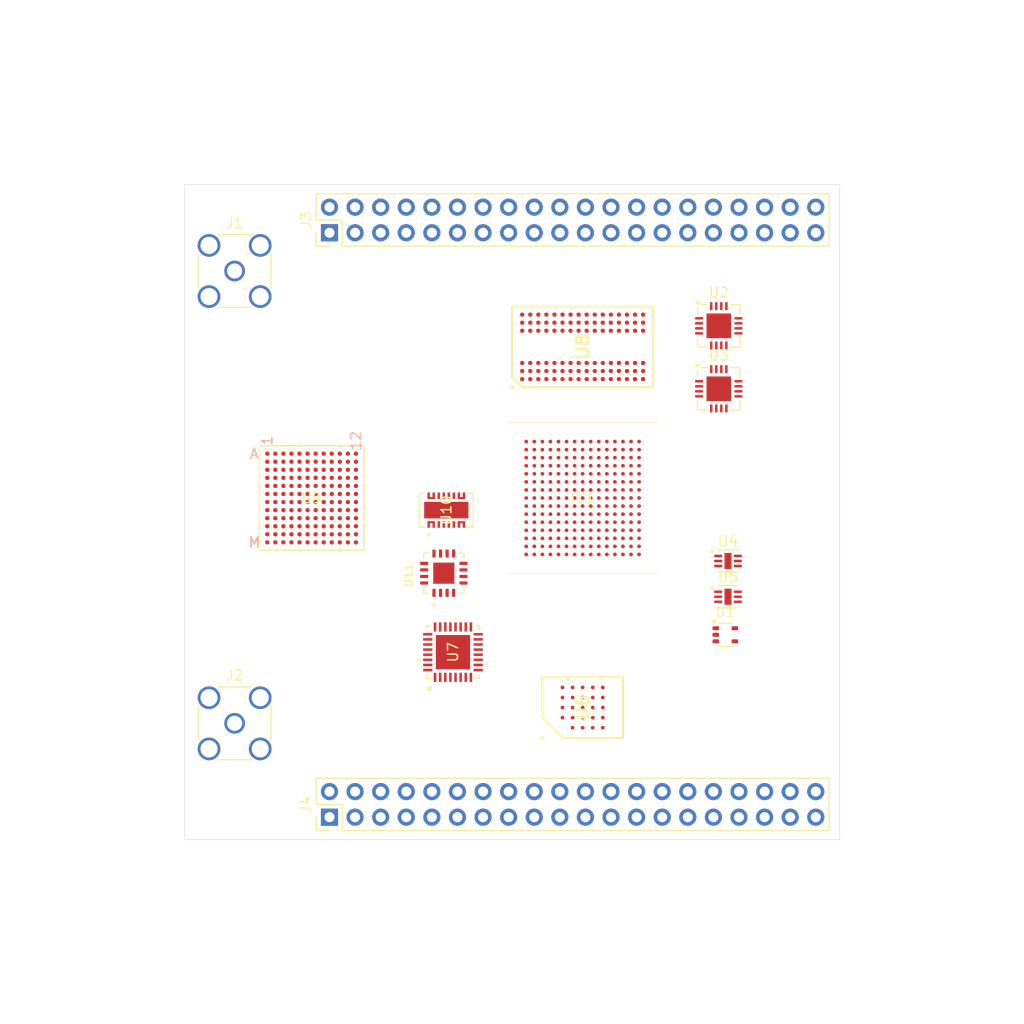
<source format=kicad_pcb>
(kicad_pcb (version 20240108) (generator "pcbnew") (generator_version "8.0")
  (layers (0 "F.Cu" signal) (31 "B.Cu" signal) (34 "B.Paste" user) (35 "F.Paste" user) (36 "B.SilkS" user "B.Silkscreen") (37 "F.SilkS" user "F.Silkscreen") (38 "B.Mask" user) (39 "F.Mask" user) (44 "Edge.Cuts" user))
  (net 0 "")
  (footprint "pluto:BC-144-7_ADI-M" (layer "F.Cu") (at 52.1 138.1)
    (property "Reference" "U9" (at 0 0 0) (layer "F.SilkS"))
    (property "Value" "AD9363ABCZ")
    (fp_text user "1" (at -4.4 -5.6896 90) (layer "B.SilkS"))
    (fp_text user "12" (at 4.399999 -5.6896 90) (layer "B.SilkS"))
    (fp_text user "M" (at -5.6896 4.399999 0) (layer "B.SilkS"))
    (fp_text user "A" (at -5.6896 -4.4 0) (layer "B.SilkS"))
    (fp_text user "M" (at -5.6896 4.399999 0) (layer "F.SilkS"))
    (fp_text user "1" (at -4.4 -5.6896 90) (layer "F.SilkS"))
    (fp_text user "12" (at 4.399999 -5.6896 90) (layer "F.SilkS"))
    (fp_text user "A" (at -5.6896 -4.4 0) (layer "F.SilkS"))
    (pad "A1" smd circle (at -4.4 -4.4) (size 0.4318 0.4318) (layers "F.Cu" "F.Paste" "F.Mask"))
    (pad "A2" smd circle (at -3.6 -4.4) (size 0.4318 0.4318) (layers "F.Cu" "F.Paste" "F.Mask"))
    (pad "A3" smd circle (at -2.8 -4.4) (size 0.4318 0.4318) (layers "F.Cu" "F.Paste" "F.Mask"))
    (pad "A4" smd circle (at -2 -4.4) (size 0.4318 0.4318) (layers "F.Cu" "F.Paste" "F.Mask"))
    (pad "A5" smd circle (at -1.2 -4.4) (size 0.4318 0.4318) (layers "F.Cu" "F.Paste" "F.Mask"))
    (pad "A6" smd circle (at -0.4 -4.4) (size 0.4318 0.4318) (layers "F.Cu" "F.Paste" "F.Mask"))
    (pad "A7" smd circle (at 0.4 -4.4) (size 0.4318 0.4318) (layers "F.Cu" "F.Paste" "F.Mask"))
    (pad "A8" smd circle (at 1.2 -4.4) (size 0.4318 0.4318) (layers "F.Cu" "F.Paste" "F.Mask"))
    (pad "A9" smd circle (at 2 -4.4) (size 0.4318 0.4318) (layers "F.Cu" "F.Paste" "F.Mask"))
    (pad "A10" smd circle (at 2.799999 -4.4) (size 0.4318 0.4318) (layers "F.Cu" "F.Paste" "F.Mask"))
    (pad "A11" smd circle (at 3.599999 -4.4) (size 0.4318 0.4318) (layers "F.Cu" "F.Paste" "F.Mask"))
    (pad "A12" smd circle (at 4.399999 -4.4) (size 0.4318 0.4318) (layers "F.Cu" "F.Paste" "F.Mask"))
    (pad "B1" smd circle (at -4.4 -3.6) (size 0.4318 0.4318) (layers "F.Cu" "F.Paste" "F.Mask"))
    (pad "B2" smd circle (at -3.6 -3.6) (size 0.4318 0.4318) (layers "F.Cu" "F.Paste" "F.Mask"))
    (pad "B3" smd circle (at -2.8 -3.6) (size 0.4318 0.4318) (layers "F.Cu" "F.Paste" "F.Mask"))
    (pad "B4" smd circle (at -2 -3.6) (size 0.4318 0.4318) (layers "F.Cu" "F.Paste" "F.Mask"))
    (pad "B5" smd circle (at -1.2 -3.6) (size 0.4318 0.4318) (layers "F.Cu" "F.Paste" "F.Mask"))
    (pad "B6" smd circle (at -0.4 -3.6) (size 0.4318 0.4318) (layers "F.Cu" "F.Paste" "F.Mask"))
    (pad "B7" smd circle (at 0.4 -3.6) (size 0.4318 0.4318) (layers "F.Cu" "F.Paste" "F.Mask"))
    (pad "B8" smd circle (at 1.2 -3.6) (size 0.4318 0.4318) (layers "F.Cu" "F.Paste" "F.Mask"))
    (pad "B9" smd circle (at 2 -3.6) (size 0.4318 0.4318) (layers "F.Cu" "F.Paste" "F.Mask"))
    (pad "B10" smd circle (at 2.799999 -3.6) (size 0.4318 0.4318) (layers "F.Cu" "F.Paste" "F.Mask"))
    (pad "B11" smd circle (at 3.599999 -3.6) (size 0.4318 0.4318) (layers "F.Cu" "F.Paste" "F.Mask"))
    (pad "B12" smd circle (at 4.399999 -3.6) (size 0.4318 0.4318) (layers "F.Cu" "F.Paste" "F.Mask"))
    (pad "C1" smd circle (at -4.4 -2.8) (size 0.4318 0.4318) (layers "F.Cu" "F.Paste" "F.Mask"))
    (pad "C2" smd circle (at -3.6 -2.8) (size 0.4318 0.4318) (layers "F.Cu" "F.Paste" "F.Mask"))
    (pad "C3" smd circle (at -2.8 -2.8) (size 0.4318 0.4318) (layers "F.Cu" "F.Paste" "F.Mask"))
    (pad "C4" smd circle (at -2 -2.8) (size 0.4318 0.4318) (layers "F.Cu" "F.Paste" "F.Mask"))
    (pad "C5" smd circle (at -1.2 -2.8) (size 0.4318 0.4318) (layers "F.Cu" "F.Paste" "F.Mask"))
    (pad "C6" smd circle (at -0.4 -2.8) (size 0.4318 0.4318) (layers "F.Cu" "F.Paste" "F.Mask"))
    (pad "C7" smd circle (at 0.4 -2.8) (size 0.4318 0.4318) (layers "F.Cu" "F.Paste" "F.Mask"))
    (pad "C8" smd circle (at 1.2 -2.8) (size 0.4318 0.4318) (layers "F.Cu" "F.Paste" "F.Mask"))
    (pad "C9" smd circle (at 2 -2.8) (size 0.4318 0.4318) (layers "F.Cu" "F.Paste" "F.Mask"))
    (pad "C10" smd circle (at 2.799999 -2.8) (size 0.4318 0.4318) (layers "F.Cu" "F.Paste" "F.Mask"))
    (pad "C11" smd circle (at 3.599999 -2.8) (size 0.4318 0.4318) (layers "F.Cu" "F.Paste" "F.Mask"))
    (pad "C12" smd circle (at 4.399999 -2.8) (size 0.4318 0.4318) (layers "F.Cu" "F.Paste" "F.Mask"))
    (pad "D1" smd circle (at -4.4 -2) (size 0.4318 0.4318) (layers "F.Cu" "F.Paste" "F.Mask"))
    (pad "D2" smd circle (at -3.6 -2) (size 0.4318 0.4318) (layers "F.Cu" "F.Paste" "F.Mask"))
    (pad "D3" smd circle (at -2.8 -2) (size 0.4318 0.4318) (layers "F.Cu" "F.Paste" "F.Mask"))
    (pad "D4" smd circle (at -2 -2) (size 0.4318 0.4318) (layers "F.Cu" "F.Paste" "F.Mask"))
    (pad "D5" smd circle (at -1.2 -2) (size 0.4318 0.4318) (layers "F.Cu" "F.Paste" "F.Mask"))
    (pad "D6" smd circle (at -0.4 -2) (size 0.4318 0.4318) (layers "F.Cu" "F.Paste" "F.Mask"))
    (pad "D7" smd circle (at 0.4 -2) (size 0.4318 0.4318) (layers "F.Cu" "F.Paste" "F.Mask"))
    (pad "D8" smd circle (at 1.2 -2) (size 0.4318 0.4318) (layers "F.Cu" "F.Paste" "F.Mask"))
    (pad "D9" smd circle (at 2 -2) (size 0.4318 0.4318) (layers "F.Cu" "F.Paste" "F.Mask"))
    (pad "D10" smd circle (at 2.799999 -2) (size 0.4318 0.4318) (layers "F.Cu" "F.Paste" "F.Mask"))
    (pad "D11" smd circle (at 3.599999 -2) (size 0.4318 0.4318) (layers "F.Cu" "F.Paste" "F.Mask"))
    (pad "D12" smd circle (at 4.399999 -2) (size 0.4318 0.4318) (layers "F.Cu" "F.Paste" "F.Mask"))
    (pad "E1" smd circle (at -4.4 -1.2) (size 0.4318 0.4318) (layers "F.Cu" "F.Paste" "F.Mask"))
    (pad "E2" smd circle (at -3.6 -1.2) (size 0.4318 0.4318) (layers "F.Cu" "F.Paste" "F.Mask"))
    (pad "E3" smd circle (at -2.8 -1.2) (size 0.4318 0.4318) (layers "F.Cu" "F.Paste" "F.Mask"))
    (pad "E4" smd circle (at -2 -1.2) (size 0.4318 0.4318) (layers "F.Cu" "F.Paste" "F.Mask"))
    (pad "E5" smd circle (at -1.2 -1.2) (size 0.4318 0.4318) (layers "F.Cu" "F.Paste" "F.Mask"))
    (pad "E6" smd circle (at -0.4 -1.2) (size 0.4318 0.4318) (layers "F.Cu" "F.Paste" "F.Mask"))
    (pad "E7" smd circle (at 0.4 -1.2) (size 0.4318 0.4318) (layers "F.Cu" "F.Paste" "F.Mask"))
    (pad "E8" smd circle (at 1.2 -1.2) (size 0.4318 0.4318) (layers "F.Cu" "F.Paste" "F.Mask"))
    (pad "E9" smd circle (at 2 -1.2) (size 0.4318 0.4318) (layers "F.Cu" "F.Paste" "F.Mask"))
    (pad "E10" smd circle (at 2.799999 -1.2) (size 0.4318 0.4318) (layers "F.Cu" "F.Paste" "F.Mask"))
    (pad "E11" smd circle (at 3.599999 -1.2) (size 0.4318 0.4318) (layers "F.Cu" "F.Paste" "F.Mask"))
    (pad "E12" smd circle (at 4.399999 -1.2) (size 0.4318 0.4318) (layers "F.Cu" "F.Paste" "F.Mask"))
    (pad "F1" smd circle (at -4.4 -0.4) (size 0.4318 0.4318) (layers "F.Cu" "F.Paste" "F.Mask"))
    (pad "F2" smd circle (at -3.6 -0.4) (size 0.4318 0.4318) (layers "F.Cu" "F.Paste" "F.Mask"))
    (pad "F3" smd circle (at -2.8 -0.4) (size 0.4318 0.4318) (layers "F.Cu" "F.Paste" "F.Mask"))
    (pad "F4" smd circle (at -2 -0.4) (size 0.4318 0.4318) (layers "F.Cu" "F.Paste" "F.Mask"))
    (pad "F5" smd circle (at -1.2 -0.4) (size 0.4318 0.4318) (layers "F.Cu" "F.Paste" "F.Mask"))
    (pad "F6" smd circle (at -0.4 -0.4) (size 0.4318 0.4318) (layers "F.Cu" "F.Paste" "F.Mask"))
    (pad "F7" smd circle (at 0.4 -0.4) (size 0.4318 0.4318) (layers "F.Cu" "F.Paste" "F.Mask"))
    (pad "F8" smd circle (at 1.2 -0.4) (size 0.4318 0.4318) (layers "F.Cu" "F.Paste" "F.Mask"))
    (pad "F9" smd circle (at 2 -0.4) (size 0.4318 0.4318) (layers "F.Cu" "F.Paste" "F.Mask"))
    (pad "F10" smd circle (at 2.799999 -0.4) (size 0.4318 0.4318) (layers "F.Cu" "F.Paste" "F.Mask"))
    (pad "F11" smd circle (at 3.599999 -0.4) (size 0.4318 0.4318) (layers "F.Cu" "F.Paste" "F.Mask"))
    (pad "F12" smd circle (at 4.399999 -0.4) (size 0.4318 0.4318) (layers "F.Cu" "F.Paste" "F.Mask"))
    (pad "G1" smd circle (at -4.4 0.4) (size 0.4318 0.4318) (layers "F.Cu" "F.Paste" "F.Mask"))
    (pad "G2" smd circle (at -3.6 0.4) (size 0.4318 0.4318) (layers "F.Cu" "F.Paste" "F.Mask"))
    (pad "G3" smd circle (at -2.8 0.4) (size 0.4318 0.4318) (layers "F.Cu" "F.Paste" "F.Mask"))
    (pad "G4" smd circle (at -2 0.4) (size 0.4318 0.4318) (layers "F.Cu" "F.Paste" "F.Mask"))
    (pad "G5" smd circle (at -1.2 0.4) (size 0.4318 0.4318) (layers "F.Cu" "F.Paste" "F.Mask"))
    (pad "G6" smd circle (at -0.4 0.4) (size 0.4318 0.4318) (layers "F.Cu" "F.Paste" "F.Mask"))
    (pad "G7" smd circle (at 0.4 0.4) (size 0.4318 0.4318) (layers "F.Cu" "F.Paste" "F.Mask"))
    (pad "G8" smd circle (at 1.2 0.4) (size 0.4318 0.4318) (layers "F.Cu" "F.Paste" "F.Mask"))
    (pad "G9" smd circle (at 2 0.4) (size 0.4318 0.4318) (layers "F.Cu" "F.Paste" "F.Mask"))
    (pad "G10" smd circle (at 2.799999 0.4) (size 0.4318 0.4318) (layers "F.Cu" "F.Paste" "F.Mask"))
    (pad "G11" smd circle (at 3.599999 0.4) (size 0.4318 0.4318) (layers "F.Cu" "F.Paste" "F.Mask"))
    (pad "G12" smd circle (at 4.399999 0.4) (size 0.4318 0.4318) (layers "F.Cu" "F.Paste" "F.Mask"))
    (pad "H1" smd circle (at -4.4 1.2) (size 0.4318 0.4318) (layers "F.Cu" "F.Paste" "F.Mask"))
    (pad "H2" smd circle (at -3.6 1.2) (size 0.4318 0.4318) (layers "F.Cu" "F.Paste" "F.Mask"))
    (pad "H3" smd circle (at -2.8 1.2) (size 0.4318 0.4318) (layers "F.Cu" "F.Paste" "F.Mask"))
    (pad "H4" smd circle (at -2 1.2) (size 0.4318 0.4318) (layers "F.Cu" "F.Paste" "F.Mask"))
    (pad "H5" smd circle (at -1.2 1.2) (size 0.4318 0.4318) (layers "F.Cu" "F.Paste" "F.Mask"))
    (pad "H6" smd circle (at -0.4 1.2) (size 0.4318 0.4318) (layers "F.Cu" "F.Paste" "F.Mask"))
    (pad "H7" smd circle (at 0.4 1.2) (size 0.4318 0.4318) (layers "F.Cu" "F.Paste" "F.Mask"))
    (pad "H8" smd circle (at 1.2 1.2) (size 0.4318 0.4318) (layers "F.Cu" "F.Paste" "F.Mask"))
    (pad "H9" smd circle (at 2 1.2) (size 0.4318 0.4318) (layers "F.Cu" "F.Paste" "F.Mask"))
    (pad "H10" smd circle (at 2.799999 1.2) (size 0.4318 0.4318) (layers "F.Cu" "F.Paste" "F.Mask"))
    (pad "H11" smd circle (at 3.599999 1.2) (size 0.4318 0.4318) (layers "F.Cu" "F.Paste" "F.Mask"))
    (pad "H12" smd circle (at 4.399999 1.2) (size 0.4318 0.4318) (layers "F.Cu" "F.Paste" "F.Mask"))
    (pad "J1" smd circle (at -4.4 2) (size 0.4318 0.4318) (layers "F.Cu" "F.Paste" "F.Mask"))
    (pad "J2" smd circle (at -3.6 2) (size 0.4318 0.4318) (layers "F.Cu" "F.Paste" "F.Mask"))
    (pad "J3" smd circle (at -2.8 2) (size 0.4318 0.4318) (layers "F.Cu" "F.Paste" "F.Mask"))
    (pad "J4" smd circle (at -2 2) (size 0.4318 0.4318) (layers "F.Cu" "F.Paste" "F.Mask"))
    (pad "J5" smd circle (at -1.2 2) (size 0.4318 0.4318) (layers "F.Cu" "F.Paste" "F.Mask"))
    (pad "J6" smd circle (at -0.4 2) (size 0.4318 0.4318) (layers "F.Cu" "F.Paste" "F.Mask"))
    (pad "J7" smd circle (at 0.4 2) (size 0.4318 0.4318) (layers "F.Cu" "F.Paste" "F.Mask"))
    (pad "J8" smd circle (at 1.2 2) (size 0.4318 0.4318) (layers "F.Cu" "F.Paste" "F.Mask"))
    (pad "J9" smd circle (at 2 2) (size 0.4318 0.4318) (layers "F.Cu" "F.Paste" "F.Mask"))
    (pad "J10" smd circle (at 2.799999 2) (size 0.4318 0.4318) (layers "F.Cu" "F.Paste" "F.Mask"))
    (pad "J11" smd circle (at 3.599999 2) (size 0.4318 0.4318) (layers "F.Cu" "F.Paste" "F.Mask"))
    (pad "J12" smd circle (at 4.399999 2) (size 0.4318 0.4318) (layers "F.Cu" "F.Paste" "F.Mask"))
    (pad "K1" smd circle (at -4.4 2.799999) (size 0.4318 0.4318) (layers "F.Cu" "F.Paste" "F.Mask"))
    (pad "K2" smd circle (at -3.6 2.799999) (size 0.4318 0.4318) (layers "F.Cu" "F.Paste" "F.Mask"))
    (pad "K3" smd circle (at -2.8 2.799999) (size 0.4318 0.4318) (layers "F.Cu" "F.Paste" "F.Mask"))
    (pad "K4" smd circle (at -2 2.799999) (size 0.4318 0.4318) (layers "F.Cu" "F.Paste" "F.Mask"))
    (pad "K5" smd circle (at -1.2 2.799999) (size 0.4318 0.4318) (layers "F.Cu" "F.Paste" "F.Mask"))
    (pad "K6" smd circle (at -0.4 2.799999) (size 0.4318 0.4318) (layers "F.Cu" "F.Paste" "F.Mask"))
    (pad "K7" smd circle (at 0.4 2.799999) (size 0.4318 0.4318) (layers "F.Cu" "F.Paste" "F.Mask"))
    (pad "K8" smd circle (at 1.2 2.799999) (size 0.4318 0.4318) (layers "F.Cu" "F.Paste" "F.Mask"))
    (pad "K9" smd circle (at 2 2.799999) (size 0.4318 0.4318) (layers "F.Cu" "F.Paste" "F.Mask"))
    (pad "K10" smd circle (at 2.799999 2.799999) (size 0.4318 0.4318) (layers "F.Cu" "F.Paste" "F.Mask"))
    (pad "K11" smd circle (at 3.599999 2.799999) (size 0.4318 0.4318) (layers "F.Cu" "F.Paste" "F.Mask"))
    (pad "K12" smd circle (at 4.399999 2.799999) (size 0.4318 0.4318) (layers "F.Cu" "F.Paste" "F.Mask"))
    (pad "L1" smd circle (at -4.4 3.599999) (size 0.4318 0.4318) (layers "F.Cu" "F.Paste" "F.Mask"))
    (pad "L2" smd circle (at -3.6 3.599999) (size 0.4318 0.4318) (layers "F.Cu" "F.Paste" "F.Mask"))
    (pad "L3" smd circle (at -2.8 3.599999) (size 0.4318 0.4318) (layers "F.Cu" "F.Paste" "F.Mask"))
    (pad "L4" smd circle (at -2 3.599999) (size 0.4318 0.4318) (layers "F.Cu" "F.Paste" "F.Mask"))
    (pad "L5" smd circle (at -1.2 3.599999) (size 0.4318 0.4318) (layers "F.Cu" "F.Paste" "F.Mask"))
    (pad "L6" smd circle (at -0.4 3.599999) (size 0.4318 0.4318) (layers "F.Cu" "F.Paste" "F.Mask"))
    (pad "L7" smd circle (at 0.4 3.599999) (size 0.4318 0.4318) (layers "F.Cu" "F.Paste" "F.Mask"))
    (pad "L8" smd circle (at 1.2 3.599999) (size 0.4318 0.4318) (layers "F.Cu" "F.Paste" "F.Mask"))
    (pad "L9" smd circle (at 2 3.599999) (size 0.4318 0.4318) (layers "F.Cu" "F.Paste" "F.Mask"))
    (pad "L10" smd circle (at 2.799999 3.599999) (size 0.4318 0.4318) (layers "F.Cu" "F.Paste" "F.Mask"))
    (pad "L11" smd circle (at 3.599999 3.599999) (size 0.4318 0.4318) (layers "F.Cu" "F.Paste" "F.Mask"))
    (pad "L12" smd circle (at 4.399999 3.599999) (size 0.4318 0.4318) (layers "F.Cu" "F.Paste" "F.Mask"))
    (pad "M1" smd circle (at -4.4 4.399999) (size 0.4318 0.4318) (layers "F.Cu" "F.Paste" "F.Mask"))
    (pad "M2" smd circle (at -3.6 4.399999) (size 0.4318 0.4318) (layers "F.Cu" "F.Paste" "F.Mask"))
    (pad "M3" smd circle (at -2.8 4.399999) (size 0.4318 0.4318) (layers "F.Cu" "F.Paste" "F.Mask"))
    (pad "M4" smd circle (at -2 4.399999) (size 0.4318 0.4318) (layers "F.Cu" "F.Paste" "F.Mask"))
    (pad "M5" smd circle (at -1.2 4.399999) (size 0.4318 0.4318) (layers "F.Cu" "F.Paste" "F.Mask"))
    (pad "M6" smd circle (at -0.4 4.399999) (size 0.4318 0.4318) (layers "F.Cu" "F.Paste" "F.Mask"))
    (pad "M7" smd circle (at 0.4 4.399999) (size 0.4318 0.4318) (layers "F.Cu" "F.Paste" "F.Mask"))
    (pad "M8" smd circle (at 1.2 4.399999) (size 0.4318 0.4318) (layers "F.Cu" "F.Paste" "F.Mask"))
    (pad "M9" smd circle (at 2 4.399999) (size 0.4318 0.4318) (layers "F.Cu" "F.Paste" "F.Mask"))
    (pad "M10" smd circle (at 2.799999 4.399999) (size 0.4318 0.4318) (layers "F.Cu" "F.Paste" "F.Mask"))
    (pad "M11" smd circle (at 3.599999 4.399999) (size 0.4318 0.4318) (layers "F.Cu" "F.Paste" "F.Mask"))
    (pad "M12" smd circle (at 4.399999 4.399999) (size 0.4318 0.4318) (layers "F.Cu" "F.Paste" "F.Mask"))
  )
  (footprint "Package_DFN_QFN:QFN-16-1EP_4x4mm_P0.5mm_EP2.45x2.45mm" (layer "F.Cu") (at 92.51 121.01)
    (property "Reference" "U2" (at 0 -3.3 0) (layer "F.SilkS"))
    (property "Value" "ADP1754ACPZ")
    (pad "1" smd roundrect (at -1.95 -0.75) (size 0.8 0.25) (layers "F.Cu" "F.Paste" "F.Mask"))
    (pad "2" smd roundrect (at -1.95 -0.25) (size 0.8 0.25) (layers "F.Cu" "F.Paste" "F.Mask"))
    (pad "3" smd roundrect (at -1.95 0.25) (size 0.8 0.25) (layers "F.Cu" "F.Paste" "F.Mask"))
    (pad "4" smd roundrect (at -1.95 0.75) (size 0.8 0.25) (layers "F.Cu" "F.Paste" "F.Mask"))
    (pad "5" smd roundrect (at -0.75 1.95) (size 0.25 0.8) (layers "F.Cu" "F.Paste" "F.Mask"))
    (pad "6" smd roundrect (at -0.25 1.95) (size 0.25 0.8) (layers "F.Cu" "F.Paste" "F.Mask"))
    (pad "7" smd roundrect (at 0.25 1.95) (size 0.25 0.8) (layers "F.Cu" "F.Paste" "F.Mask"))
    (pad "8" smd roundrect (at 0.75 1.95) (size 0.25 0.8) (layers "F.Cu" "F.Paste" "F.Mask"))
    (pad "9" smd roundrect (at 1.95 0.75) (size 0.8 0.25) (layers "F.Cu" "F.Paste" "F.Mask"))
    (pad "10" smd roundrect (at 1.95 0.25) (size 0.8 0.25) (layers "F.Cu" "F.Paste" "F.Mask"))
    (pad "11" smd roundrect (at 1.95 -0.25) (size 0.8 0.25) (layers "F.Cu" "F.Paste" "F.Mask"))
    (pad "12" smd roundrect (at 1.95 -0.75) (size 0.8 0.25) (layers "F.Cu" "F.Paste" "F.Mask"))
    (pad "13" smd roundrect (at 0.75 -1.95) (size 0.25 0.8) (layers "F.Cu" "F.Paste" "F.Mask"))
    (pad "14" smd roundrect (at 0.25 -1.95) (size 0.25 0.8) (layers "F.Cu" "F.Paste" "F.Mask"))
    (pad "15" smd roundrect (at -0.25 -1.95) (size 0.25 0.8) (layers "F.Cu" "F.Paste" "F.Mask"))
    (pad "16" smd roundrect (at -0.75 -1.95) (size 0.25 0.8) (layers "F.Cu" "F.Paste" "F.Mask"))
    (pad "17" smd rect (at 0 0) (size 2.45 2.45) (property pad_prop_heatsink) (layers "F.Cu" "F.Mask"))
  )
  (footprint "Connector_Coaxial:SMA_Amphenol_132291-12_Vertical" (layer "F.Cu") (at 44.46 115.57)
    (property "Reference" "J1" (at 0 -4.75 0) (layer "F.SilkS"))
    (property "Value" "SMA")
    (pad "1" thru_hole circle (at 0 0) (size 2.05 2.05) (drill 1.5) (layers "*.Cu" "*.Mask"))
    (pad "2" thru_hole circle (at -2.54 -2.54) (size 2.25 2.25) (drill 1.7) (layers "*.Cu" "*.Mask"))
    (pad "2" thru_hole circle (at -2.54 2.54) (size 2.25 2.25) (drill 1.7) (layers "*.Cu" "*.Mask"))
    (pad "2" thru_hole circle (at 2.54 -2.54) (size 2.25 2.25) (drill 1.7) (layers "*.Cu" "*.Mask"))
    (pad "2" thru_hole circle (at 2.54 2.54) (size 2.25 2.25) (drill 1.7) (layers "*.Cu" "*.Mask"))
  )
  (footprint "Package_DFN_QFN:DFN-6-1EP_2x2mm_P0.5mm_EP0.7x1.6mm" (layer "F.Cu") (at 93.425 144.35)
    (property "Reference" "U4" (at 0 -1.95 0) (layer "F.SilkS"))
    (property "Value" "ADM7160ACPZN3.3")
    (pad "1" smd roundrect (at -0.975 -0.5) (size 0.8 0.25) (layers "F.Cu" "F.Paste" "F.Mask"))
    (pad "2" smd roundrect (at -0.975 0) (size 0.8 0.25) (layers "F.Cu" "F.Paste" "F.Mask"))
    (pad "3" smd roundrect (at -0.975 0.5) (size 0.8 0.25) (layers "F.Cu" "F.Paste" "F.Mask"))
    (pad "4" smd roundrect (at 0.975 0.5) (size 0.8 0.25) (layers "F.Cu" "F.Paste" "F.Mask"))
    (pad "5" smd roundrect (at 0.975 0) (size 0.8 0.25) (layers "F.Cu" "F.Paste" "F.Mask"))
    (pad "6" smd roundrect (at 0.975 -0.5) (size 0.8 0.25) (layers "F.Cu" "F.Paste" "F.Mask"))
    (pad "7" smd rect (at 0 0) (size 0.7 1.6) (property pad_prop_heatsink) (layers "F.Cu" "F.Mask"))
  )
  (footprint "pluto:BGA225C80P15X15_1300X1300X150" (layer "F.Cu") (at 79 138.1)
    (property "Reference" "IC1" (at 0 0 0) (layer "F.SilkS") (effects (font (size 1.002654 1.002654))))
    (property "Value" "XC7Z010-1CLG225C")
    (pad "A1" smd circle (at -5.6 -5.6) (size 0.370266 0.370266) (layers "F.Cu" "F.Paste" "F.Mask"))
    (pad "A2" smd circle (at -4.8 -5.6) (size 0.37053 0.37053) (layers "F.Cu" "F.Paste" "F.Mask"))
    (pad "A3" smd circle (at -4 -5.6) (size 0.370328 0.370328) (layers "F.Cu" "F.Paste" "F.Mask"))
    (pad "A4" smd circle (at -3.2 -5.6) (size 0.370098 0.370098) (layers "F.Cu" "F.Paste" "F.Mask"))
    (pad "A5" smd circle (at -2.4 -5.6) (size 0.3705 0.3705) (layers "F.Cu" "F.Paste" "F.Mask"))
    (pad "A6" smd circle (at -1.6 -5.6) (size 0.37066 0.37066) (layers "F.Cu" "F.Paste" "F.Mask"))
    (pad "A7" smd circle (at -0.8 -5.6) (size 0.37048 0.37048) (layers "F.Cu" "F.Paste" "F.Mask"))
    (pad "A8" smd circle (at 0 -5.6) (size 0.370635 0.370635) (layers "F.Cu" "F.Paste" "F.Mask"))
    (pad "A9" smd circle (at 0.8 -5.6) (size 0.370676 0.370676) (layers "F.Cu" "F.Paste" "F.Mask"))
    (pad "A10" smd circle (at 1.6 -5.6) (size 0.370575 0.370575) (layers "F.Cu" "F.Paste" "F.Mask"))
    (pad "A11" smd circle (at 2.4 -5.6) (size 0.370667 0.370667) (layers "F.Cu" "F.Paste" "F.Mask"))
    (pad "A12" smd circle (at 3.2 -5.6) (size 0.370561 0.370561) (layers "F.Cu" "F.Paste" "F.Mask"))
    (pad "A13" smd circle (at 4 -5.6) (size 0.370634 0.370634) (layers "F.Cu" "F.Paste" "F.Mask"))
    (pad "A14" smd circle (at 4.8 -5.6) (size 0.370631 0.370631) (layers "F.Cu" "F.Paste" "F.Mask"))
    (pad "A15" smd circle (at 5.6 -5.6) (size 0.370493 0.370493) (layers "F.Cu" "F.Paste" "F.Mask"))
    (pad "B1" smd circle (at -5.6 -4.8) (size 0.370182 0.370182) (layers "F.Cu" "F.Paste" "F.Mask"))
    (pad "B2" smd circle (at -4.8 -4.8) (size 0.370163 0.370163) (layers "F.Cu" "F.Paste" "F.Mask"))
    (pad "B3" smd circle (at -4 -4.8) (size 0.370391 0.370391) (layers "F.Cu" "F.Paste" "F.Mask"))
    (pad "B4" smd circle (at -3.2 -4.8) (size 0.370695 0.370695) (layers "F.Cu" "F.Paste" "F.Mask"))
    (pad "B5" smd circle (at -2.4 -4.8) (size 0.37037 0.37037) (layers "F.Cu" "F.Paste" "F.Mask"))
    (pad "B6" smd circle (at -1.6 -4.8) (size 0.370256 0.370256) (layers "F.Cu" "F.Paste" "F.Mask"))
    (pad "B7" smd circle (at -0.8 -4.8) (size 0.370409 0.370409) (layers "F.Cu" "F.Paste" "F.Mask"))
    (pad "B8" smd circle (at 0 -4.8) (size 0.370736 0.370736) (layers "F.Cu" "F.Paste" "F.Mask"))
    (pad "B9" smd circle (at 0.8 -4.8) (size 0.370357 0.370357) (layers "F.Cu" "F.Paste" "F.Mask"))
    (pad "B10" smd circle (at 1.6 -4.8) (size 0.370649 0.370649) (layers "F.Cu" "F.Paste" "F.Mask"))
    (pad "B11" smd circle (at 2.4 -4.8) (size 0.370031 0.370031) (layers "F.Cu" "F.Paste" "F.Mask"))
    (pad "B12" smd circle (at 3.2 -4.8) (size 0.37032 0.37032) (layers "F.Cu" "F.Paste" "F.Mask"))
    (pad "B13" smd circle (at 4 -4.8) (size 0.370594 0.370594) (layers "F.Cu" "F.Paste" "F.Mask"))
    (pad "B14" smd circle (at 4.8 -4.8) (size 0.370007 0.370007) (layers "F.Cu" "F.Paste" "F.Mask"))
    (pad "B15" smd circle (at 5.6 -4.8) (size 0.370364 0.370364) (layers "F.Cu" "F.Paste" "F.Mask"))
    (pad "C1" smd circle (at -5.6 -4) (size 0.370562 0.370562) (layers "F.Cu" "F.Paste" "F.Mask"))
    (pad "C2" smd circle (at -4.8 -4) (size 0.37035 0.37035) (layers "F.Cu" "F.Paste" "F.Mask"))
    (pad "C3" smd circle (at -4 -4) (size 0.370702 0.370702) (layers "F.Cu" "F.Paste" "F.Mask"))
    (pad "C4" smd circle (at -3.2 -4) (size 0.370213 0.370213) (layers "F.Cu" "F.Paste" "F.Mask"))
    (pad "C5" smd circle (at -2.4 -4) (size 0.370701 0.370701) (layers "F.Cu" "F.Paste" "F.Mask"))
    (pad "C6" smd circle (at -1.6 -4) (size 0.37008 0.37008) (layers "F.Cu" "F.Paste" "F.Mask"))
    (pad "C7" smd circle (at -0.8 -4) (size 0.37027 0.37027) (layers "F.Cu" "F.Paste" "F.Mask"))
    (pad "C8" smd circle (at 0 -4) (size 0.370617 0.370617) (layers "F.Cu" "F.Paste" "F.Mask"))
    (pad "C9" smd circle (at 0.8 -4) (size 0.370329 0.370329) (layers "F.Cu" "F.Paste" "F.Mask"))
    (pad "C10" smd circle (at 1.6 -4) (size 0.37068 0.37068) (layers "F.Cu" "F.Paste" "F.Mask"))
    (pad "C11" smd circle (at 2.4 -4) (size 0.370304 0.370304) (layers "F.Cu" "F.Paste" "F.Mask"))
    (pad "C12" smd circle (at 3.2 -4) (size 0.37 0.37) (layers "F.Cu" "F.Paste" "F.Mask"))
    (pad "C13" smd circle (at 4 -4) (size 0.370077 0.370077) (layers "F.Cu" "F.Paste" "F.Mask"))
    (pad "C14" smd circle (at 4.8 -4) (size 0.370423 0.370423) (layers "F.Cu" "F.Paste" "F.Mask"))
    (pad "C15" smd circle (at 5.6 -4) (size 0.370329 0.370329) (layers "F.Cu" "F.Paste" "F.Mask"))
    (pad "D1" smd circle (at -5.6 -3.2) (size 0.370395 0.370395) (layers "F.Cu" "F.Paste" "F.Mask"))
    (pad "D2" smd circle (at -4.8 -3.2) (size 0.370456 0.370456) (layers "F.Cu" "F.Paste" "F.Mask"))
    (pad "D3" smd circle (at -4 -3.2) (size 0.370253 0.370253) (layers "F.Cu" "F.Paste" "F.Mask"))
    (pad "D4" smd circle (at -3.2 -3.2) (size 0.370408 0.370408) (layers "F.Cu" "F.Paste" "F.Mask"))
    (pad "D5" smd circle (at -2.4 -3.2) (size 0.370311 0.370311) (layers "F.Cu" "F.Paste" "F.Mask"))
    (pad "D6" smd circle (at -1.6 -3.2) (size 0.37069 0.37069) (layers "F.Cu" "F.Paste" "F.Mask"))
    (pad "D7" smd circle (at -0.8 -3.2) (size 0.370448 0.370448) (layers "F.Cu" "F.Paste" "F.Mask"))
    (pad "D8" smd circle (at 0 -3.2) (size 0.370123 0.370123) (layers "F.Cu" "F.Paste" "F.Mask"))
    (pad "D9" smd circle (at 0.8 -3.2) (size 0.370366 0.370366) (layers "F.Cu" "F.Paste" "F.Mask"))
    (pad "D10" smd circle (at 1.6 -3.2) (size 0.370446 0.370446) (layers "F.Cu" "F.Paste" "F.Mask"))
    (pad "D11" smd circle (at 2.4 -3.2) (size 0.370202 0.370202) (layers "F.Cu" "F.Paste" "F.Mask"))
    (pad "D12" smd circle (at 3.2 -3.2) (size 0.370542 0.370542) (layers "F.Cu" "F.Paste" "F.Mask"))
    (pad "D13" smd circle (at 4 -3.2) (size 0.370229 0.370229) (layers "F.Cu" "F.Paste" "F.Mask"))
    (pad "D14" smd circle (at 4.8 -3.2) (size 0.370727 0.370727) (layers "F.Cu" "F.Paste" "F.Mask"))
    (pad "D15" smd circle (at 5.6 -3.2) (size 0.370397 0.370397) (layers "F.Cu" "F.Paste" "F.Mask"))
    (pad "E1" smd circle (at -5.6 -2.4) (size 0.370003 0.370003) (layers "F.Cu" "F.Paste" "F.Mask"))
    (pad "E2" smd circle (at -4.8 -2.4) (size 0.370084 0.370084) (layers "F.Cu" "F.Paste" "F.Mask"))
    (pad "E3" smd circle (at -4 -2.4) (size 0.370242 0.370242) (layers "F.Cu" "F.Paste" "F.Mask"))
    (pad "E4" smd circle (at -3.2 -2.4) (size 0.370535 0.370535) (layers "F.Cu" "F.Paste" "F.Mask"))
    (pad "E5" smd circle (at -2.4 -2.4) (size 0.370136 0.370136) (layers "F.Cu" "F.Paste" "F.Mask"))
    (pad "E6" smd circle (at -1.6 -2.4) (size 0.370468 0.370468) (layers "F.Cu" "F.Paste" "F.Mask"))
    (pad "E7" smd circle (at -0.8 -2.4) (size 0.370049 0.370049) (layers "F.Cu" "F.Paste" "F.Mask"))
    (pad "E8" smd circle (at 0 -2.4) (size 0.370226 0.370226) (layers "F.Cu" "F.Paste" "F.Mask"))
    (pad "E9" smd circle (at 0.8 -2.4) (size 0.37068 0.37068) (layers "F.Cu" "F.Paste" "F.Mask"))
    (pad "E10" smd circle (at 1.6 -2.4) (size 0.370114 0.370114) (layers "F.Cu" "F.Paste" "F.Mask"))
    (pad "E11" smd circle (at 2.4 -2.4) (size 0.3703 0.3703) (layers "F.Cu" "F.Paste" "F.Mask"))
    (pad "E12" smd circle (at 3.2 -2.4) (size 0.370078 0.370078) (layers "F.Cu" "F.Paste" "F.Mask"))
    (pad "E13" smd circle (at 4 -2.4) (size 0.370578 0.370578) (layers "F.Cu" "F.Paste" "F.Mask"))
    (pad "E14" smd circle (at 4.8 -2.4) (size 0.370027 0.370027) (layers "F.Cu" "F.Paste" "F.Mask"))
    (pad "E15" smd circle (at 5.6 -2.4) (size 0.370314 0.370314) (layers "F.Cu" "F.Paste" "F.Mask"))
    (pad "F1" smd circle (at -5.6 -1.6) (size 0.370099 0.370099) (layers "F.Cu" "F.Paste" "F.Mask"))
    (pad "F2" smd circle (at -4.8 -1.6) (size 0.370204 0.370204) (layers "F.Cu" "F.Paste" "F.Mask"))
    (pad "F3" smd circle (at -4 -1.6) (size 0.370572 0.370572) (layers "F.Cu" "F.Paste" "F.Mask"))
    (pad "F4" smd circle (at -3.2 -1.6) (size 0.370672 0.370672) (layers "F.Cu" "F.Paste" "F.Mask"))
    (pad "F5" smd circle (at -2.4 -1.6) (size 0.370281 0.370281) (layers "F.Cu" "F.Paste" "F.Mask"))
    (pad "F6" smd circle (at -1.6 -1.6) (size 0.3703 0.3703) (layers "F.Cu" "F.Paste" "F.Mask"))
    (pad "F7" smd circle (at -0.8 -1.6) (size 0.370544 0.370544) (layers "F.Cu" "F.Paste" "F.Mask"))
    (pad "F8" smd circle (at 0 -1.6) (size 0.370734 0.370734) (layers "F.Cu" "F.Paste" "F.Mask"))
    (pad "F9" smd circle (at 0.8 -1.6) (size 0.370349 0.370349) (layers "F.Cu" "F.Paste" "F.Mask"))
    (pad "F10" smd circle (at 1.6 -1.6) (size 0.370381 0.370381) (layers "F.Cu" "F.Paste" "F.Mask"))
    (pad "F11" smd circle (at 2.4 -1.6) (size 0.370601 0.370601) (layers "F.Cu" "F.Paste" "F.Mask"))
    (pad "F12" smd circle (at 3.2 -1.6) (size 0.370316 0.370316) (layers "F.Cu" "F.Paste" "F.Mask"))
    (pad "F13" smd circle (at 4 -1.6) (size 0.370342 0.370342) (layers "F.Cu" "F.Paste" "F.Mask"))
    (pad "F14" smd circle (at 4.8 -1.6) (size 0.370259 0.370259) (layers "F.Cu" "F.Paste" "F.Mask"))
    (pad "F15" smd circle (at 5.6 -1.6) (size 0.370496 0.370496) (layers "F.Cu" "F.Paste" "F.Mask"))
    (pad "G1" smd circle (at -5.6 -0.8) (size 0.37052 0.37052) (layers "F.Cu" "F.Paste" "F.Mask"))
    (pad "G2" smd circle (at -4.8 -0.8) (size 0.370007 0.370007) (layers "F.Cu" "F.Paste" "F.Mask"))
    (pad "G3" smd circle (at -4 -0.8) (size 0.370387 0.370387) (layers "F.Cu" "F.Paste" "F.Mask"))
    (pad "G4" smd circle (at -3.2 -0.8) (size 0.370486 0.370486) (layers "F.Cu" "F.Paste" "F.Mask"))
    (pad "G5" smd circle (at -2.4 -0.8) (size 0.370362 0.370362) (layers "F.Cu" "F.Paste" "F.Mask"))
    (pad "G6" smd circle (at -1.6 -0.8) (size 0.370224 0.370224) (layers "F.Cu" "F.Paste" "F.Mask"))
    (pad "G7" smd circle (at -0.8 -0.8) (size 0.370525 0.370525) (layers "F.Cu" "F.Paste" "F.Mask"))
    (pad "G8" smd circle (at 0 -0.8) (size 0.370659 0.370659) (layers "F.Cu" "F.Paste" "F.Mask"))
    (pad "G9" smd circle (at 0.8 -0.8) (size 0.370591 0.370591) (layers "F.Cu" "F.Paste" "F.Mask"))
    (pad "G10" smd circle (at 1.6 -0.8) (size 0.370376 0.370376) (layers "F.Cu" "F.Paste" "F.Mask"))
    (pad "G11" smd circle (at 2.4 -0.8) (size 0.370692 0.370692) (layers "F.Cu" "F.Paste" "F.Mask"))
    (pad "G12" smd circle (at 3.2 -0.8) (size 0.370699 0.370699) (layers "F.Cu" "F.Paste" "F.Mask"))
    (pad "G13" smd circle (at 4 -0.8) (size 0.370202 0.370202) (layers "F.Cu" "F.Paste" "F.Mask"))
    (pad "G14" smd circle (at 4.8 -0.8) (size 0.370442 0.370442) (layers "F.Cu" "F.Paste" "F.Mask"))
    (pad "G15" smd circle (at 5.6 -0.8) (size 0.370356 0.370356) (layers "F.Cu" "F.Paste" "F.Mask"))
    (pad "H1" smd circle (at -5.6 0) (size 0.370329 0.370329) (layers "F.Cu" "F.Paste" "F.Mask"))
    (pad "H2" smd circle (at -4.8 0) (size 0.370081 0.370081) (layers "F.Cu" "F.Paste" "F.Mask"))
    (pad "H3" smd circle (at -4 0) (size 0.370181 0.370181) (layers "F.Cu" "F.Paste" "F.Mask"))
    (pad "H4" smd circle (at -3.2 0) (size 0.370051 0.370051) (layers "F.Cu" "F.Paste" "F.Mask"))
    (pad "H5" smd circle (at -2.4 0) (size 0.370609 0.370609) (layers "F.Cu" "F.Paste" "F.Mask"))
    (pad "H6" smd circle (at -1.6 0) (size 0.370602 0.370602) (layers "F.Cu" "F.Paste" "F.Mask"))
    (pad "H7" smd circle (at -0.8 0) (size 0.370494 0.370494) (layers "F.Cu" "F.Paste" "F.Mask"))
    (pad "H8" smd circle (at 0 0) (size 0.370085 0.370085) (layers "F.Cu" "F.Paste" "F.Mask"))
    (pad "H9" smd circle (at 0.8 0) (size 0.370683 0.370683) (layers "F.Cu" "F.Paste" "F.Mask"))
    (pad "H10" smd circle (at 1.6 0) (size 0.370559 0.370559) (layers "F.Cu" "F.Paste" "F.Mask"))
    (pad "H11" smd circle (at 2.4 0) (size 0.37041 0.37041) (layers "F.Cu" "F.Paste" "F.Mask"))
    (pad "H12" smd circle (at 3.2 0) (size 0.370576 0.370576) (layers "F.Cu" "F.Paste" "F.Mask"))
    (pad "H13" smd circle (at 4 0) (size 0.370119 0.370119) (layers "F.Cu" "F.Paste" "F.Mask"))
    (pad "H14" smd circle (at 4.8 0) (size 0.37013 0.37013) (layers "F.Cu" "F.Paste" "F.Mask"))
    (pad "H15" smd circle (at 5.6 0) (size 0.370325 0.370325) (layers "F.Cu" "F.Paste" "F.Mask"))
    (pad "J1" smd circle (at -5.6 0.8) (size 0.370342 0.370342) (layers "F.Cu" "F.Paste" "F.Mask"))
    (pad "J2" smd circle (at -4.8 0.8) (size 0.370075 0.370075) (layers "F.Cu" "F.Paste" "F.Mask"))
    (pad "J3" smd circle (at -4 0.8) (size 0.370637 0.370637) (layers "F.Cu" "F.Paste" "F.Mask"))
    (pad "J4" smd circle (at -3.2 0.8) (size 0.37061 0.37061) (layers "F.Cu" "F.Paste" "F.Mask"))
    (pad "J5" smd circle (at -2.4 0.8) (size 0.370341 0.370341) (layers "F.Cu" "F.Paste" "F.Mask"))
    (pad "J6" smd circle (at -1.6 0.8) (size 0.370568 0.370568) (layers "F.Cu" "F.Paste" "F.Mask"))
    (pad "J7" smd circle (at -0.8 0.8) (size 0.37027 0.37027) (layers "F.Cu" "F.Paste" "F.Mask"))
    (pad "J8" smd circle (at 0 0.8) (size 0.370011 0.370011) (layers "F.Cu" "F.Paste" "F.Mask"))
    (pad "J9" smd circle (at 0.8 0.8) (size 0.370423 0.370423) (layers "F.Cu" "F.Paste" "F.Mask"))
    (pad "J10" smd circle (at 1.6 0.8) (size 0.370245 0.370245) (layers "F.Cu" "F.Paste" "F.Mask"))
    (pad "J11" smd circle (at 2.4 0.8) (size 0.37028 0.37028) (layers "F.Cu" "F.Paste" "F.Mask"))
    (pad "J12" smd circle (at 3.2 0.8) (size 0.37074 0.37074) (layers "F.Cu" "F.Paste" "F.Mask"))
    (pad "J13" smd circle (at 4 0.8) (size 0.370135 0.370135) (layers "F.Cu" "F.Paste" "F.Mask"))
    (pad "J14" smd circle (at 4.8 0.8) (size 0.370476 0.370476) (layers "F.Cu" "F.Paste" "F.Mask"))
    (pad "J15" smd circle (at 5.6 0.8) (size 0.370636 0.370636) (layers "F.Cu" "F.Paste" "F.Mask"))
    (pad "K1" smd circle (at -5.6 1.6) (size 0.370167 0.370167) (layers "F.Cu" "F.Paste" "F.Mask"))
    (pad "K2" smd circle (at -4.8 1.6) (size 0.370438 0.370438) (layers "F.Cu" "F.Paste" "F.Mask"))
    (pad "K3" smd circle (at -4 1.6) (size 0.37049 0.37049) (layers "F.Cu" "F.Paste" "F.Mask"))
    (pad "K4" smd circle (at -3.2 1.6) (size 0.370137 0.370137) (layers "F.Cu" "F.Paste" "F.Mask"))
    (pad "K5" smd circle (at -2.4 1.6) (size 0.370249 0.370249) (layers "F.Cu" "F.Paste" "F.Mask"))
    (pad "K6" smd circle (at -1.6 1.6) (size 0.370661 0.370661) (layers "F.Cu" "F.Paste" "F.Mask"))
    (pad "K7" smd circle (at -0.8 1.6) (size 0.370383 0.370383) (layers "F.Cu" "F.Paste" "F.Mask"))
    (pad "K8" smd circle (at 0 1.6) (size 0.370645 0.370645) (layers "F.Cu" "F.Paste" "F.Mask"))
    (pad "K9" smd circle (at 0.8 1.6) (size 0.370226 0.370226) (layers "F.Cu" "F.Paste" "F.Mask"))
    (pad "K10" smd circle (at 1.6 1.6) (size 0.370153 0.370153) (layers "F.Cu" "F.Paste" "F.Mask"))
    (pad "K11" smd circle (at 2.4 1.6) (size 0.370543 0.370543) (layers "F.Cu" "F.Paste" "F.Mask"))
    (pad "K12" smd circle (at 3.2 1.6) (size 0.370734 0.370734) (layers "F.Cu" "F.Paste" "F.Mask"))
    (pad "K13" smd circle (at 4 1.6) (size 0.370648 0.370648) (layers "F.Cu" "F.Paste" "F.Mask"))
    (pad "K14" smd circle (at 4.8 1.6) (size 0.370131 0.370131) (layers "F.Cu" "F.Paste" "F.Mask"))
    (pad "K15" smd circle (at 5.6 1.6) (size 0.370024 0.370024) (layers "F.Cu" "F.Paste" "F.Mask"))
    (pad "L1" smd circle (at -5.6 2.4) (size 0.370365 0.370365) (layers "F.Cu" "F.Paste" "F.Mask"))
    (pad "L2" smd circle (at -4.8 2.4) (size 0.370432 0.370432) (layers "F.Cu" "F.Paste" "F.Mask"))
    (pad "L3" smd circle (at -4 2.4) (size 0.370539 0.370539) (layers "F.Cu" "F.Paste" "F.Mask"))
    (pad "L4" smd circle (at -3.2 2.4) (size 0.370337 0.370337) (layers "F.Cu" "F.Paste" "F.Mask"))
    (pad "L5" smd circle (at -2.4 2.4) (size 0.37005 0.37005) (layers "F.Cu" "F.Paste" "F.Mask"))
    (pad "L6" smd circle (at -1.6 2.4) (size 0.370314 0.370314) (layers "F.Cu" "F.Paste" "F.Mask"))
    (pad "L7" smd circle (at -0.8 2.4) (size 0.370277 0.370277) (layers "F.Cu" "F.Paste" "F.Mask"))
    (pad "L8" smd circle (at 0 2.4) (size 0.370198 0.370198) (layers "F.Cu" "F.Paste" "F.Mask"))
    (pad "L9" smd circle (at 0.8 2.4) (size 0.370323 0.370323) (layers "F.Cu" "F.Paste" "F.Mask"))
    (pad "L10" smd circle (at 1.6 2.4) (size 0.370563 0.370563) (layers "F.Cu" "F.Paste" "F.Mask"))
    (pad "L11" smd circle (at 2.4 2.4) (size 0.370119 0.370119) (layers "F.Cu" "F.Paste" "F.Mask"))
    (pad "L12" smd circle (at 3.2 2.4) (size 0.370121 0.370121) (layers "F.Cu" "F.Paste" "F.Mask"))
    (pad "L13" smd circle (at 4 2.4) (size 0.370286 0.370286) (layers "F.Cu" "F.Paste" "F.Mask"))
    (pad "L14" smd circle (at 4.8 2.4) (size 0.370325 0.370325) (layers "F.Cu" "F.Paste" "F.Mask"))
    (pad "L15" smd circle (at 5.6 2.4) (size 0.370733 0.370733) (layers "F.Cu" "F.Paste" "F.Mask"))
    (pad "M1" smd circle (at -5.6 3.2) (size 0.370305 0.370305) (layers "F.Cu" "F.Paste" "F.Mask"))
    (pad "M2" smd circle (at -4.8 3.2) (size 0.370565 0.370565) (layers "F.Cu" "F.Paste" "F.Mask"))
    (pad "M3" smd circle (at -4 3.2) (size 0.370687 0.370687) (layers "F.Cu" "F.Paste" "F.Mask"))
    (pad "M4" smd circle (at -3.2 3.2) (size 0.37044 0.37044) (layers "F.Cu" "F.Paste" "F.Mask"))
    (pad "M5" smd circle (at -2.4 3.2) (size 0.370011 0.370011) (layers "F.Cu" "F.Paste" "F.Mask"))
    (pad "M6" smd circle (at -1.6 3.2) (size 0.37033 0.37033) (layers "F.Cu" "F.Paste" "F.Mask"))
    (pad "M7" smd circle (at -0.8 3.2) (size 0.370329 0.370329) (layers "F.Cu" "F.Paste" "F.Mask"))
    (pad "M8" smd circle (at 0 3.2) (size 0.370542 0.370542) (layers "F.Cu" "F.Paste" "F.Mask"))
    (pad "M9" smd circle (at 0.8 3.2) (size 0.370515 0.370515) (layers "F.Cu" "F.Paste" "F.Mask"))
    (pad "M10" smd circle (at 1.6 3.2) (size 0.37016 0.37016) (layers "F.Cu" "F.Paste" "F.Mask"))
    (pad "M11" smd circle (at 2.4 3.2) (size 0.370464 0.370464) (layers "F.Cu" "F.Paste" "F.Mask"))
    (pad "M12" smd circle (at 3.2 3.2) (size 0.370298 0.370298) (layers "F.Cu" "F.Paste" "F.Mask"))
    (pad "M13" smd circle (at 4 3.2) (size 0.370242 0.370242) (layers "F.Cu" "F.Paste" "F.Mask"))
    (pad "M14" smd circle (at 4.8 3.2) (size 0.37023 0.37023) (layers "F.Cu" "F.Paste" "F.Mask"))
    (pad "M15" smd circle (at 5.6 3.2) (size 0.370658 0.370658) (layers "F.Cu" "F.Paste" "F.Mask"))
    (pad "N1" smd circle (at -5.6 4) (size 0.370508 0.370508) (layers "F.Cu" "F.Paste" "F.Mask"))
    (pad "N2" smd circle (at -4.8 4) (size 0.370628 0.370628) (layers "F.Cu" "F.Paste" "F.Mask"))
    (pad "N3" smd circle (at -4 4) (size 0.370107 0.370107) (layers "F.Cu" "F.Paste" "F.Mask"))
    (pad "N4" smd circle (at -3.2 4) (size 0.370201 0.370201) (layers "F.Cu" "F.Paste" "F.Mask"))
    (pad "N5" smd circle (at -2.4 4) (size 0.370062 0.370062) (layers "F.Cu" "F.Paste" "F.Mask"))
    (pad "N6" smd circle (at -1.6 4) (size 0.370243 0.370243) (layers "F.Cu" "F.Paste" "F.Mask"))
    (pad "N7" smd circle (at -0.8 4) (size 0.370193 0.370193) (layers "F.Cu" "F.Paste" "F.Mask"))
    (pad "N8" smd circle (at 0 4) (size 0.370221 0.370221) (layers "F.Cu" "F.Paste" "F.Mask"))
    (pad "N9" smd circle (at 0.8 4) (size 0.37049 0.37049) (layers "F.Cu" "F.Paste" "F.Mask"))
    (pad "N10" smd circle (at 1.6 4) (size 0.370453 0.370453) (layers "F.Cu" "F.Paste" "F.Mask"))
    (pad "N11" smd circle (at 2.4 4) (size 0.370306 0.370306) (layers "F.Cu" "F.Paste" "F.Mask"))
    (pad "N12" smd circle (at 3.2 4) (size 0.370729 0.370729) (layers "F.Cu" "F.Paste" "F.Mask"))
    (pad "N13" smd circle (at 4 4) (size 0.370389 0.370389) (layers "F.Cu" "F.Paste" "F.Mask"))
    (pad "N14" smd circle (at 4.8 4) (size 0.370076 0.370076) (layers "F.Cu" "F.Paste" "F.Mask"))
    (pad "N15" smd circle (at 5.6 4) (size 0.370058 0.370058) (layers "F.Cu" "F.Paste" "F.Mask"))
    (pad "P1" smd circle (at -5.6 4.8) (size 0.370536 0.370536) (layers "F.Cu" "F.Paste" "F.Mask"))
    (pad "P2" smd circle (at -4.8 4.8) (size 0.370431 0.370431) (layers "F.Cu" "F.Paste" "F.Mask"))
    (pad "P3" smd circle (at -4 4.8) (size 0.370719 0.370719) (layers "F.Cu" "F.Paste" "F.Mask"))
    (pad "P4" smd circle (at -3.2 4.8) (size 0.370532 0.370532) (layers "F.Cu" "F.Paste" "F.Mask"))
    (pad "P5" smd circle (at -2.4 4.8) (size 0.370009 0.370009) (layers "F.Cu" "F.Paste" "F.Mask"))
    (pad "P6" smd circle (at -1.6 4.8) (size 0.370461 0.370461) (layers "F.Cu" "F.Paste" "F.Mask"))
    (pad "P7" smd circle (at -0.8 4.8) (size 0.370667 0.370667) (layers "F.Cu" "F.Paste" "F.Mask"))
    (pad "P8" smd circle (at 0 4.8) (size 0.370325 0.370325) (layers "F.Cu" "F.Paste" "F.Mask"))
    (pad "P9" smd circle (at 0.8 4.8) (size 0.37016 0.37016) (layers "F.Cu" "F.Paste" "F.Mask"))
    (pad "P10" smd circle (at 1.6 4.8) (size 0.370379 0.370379) (layers "F.Cu" "F.Paste" "F.Mask"))
    (pad "P11" smd circle (at 2.4 4.8) (size 0.370466 0.370466) (layers "F.Cu" "F.Paste" "F.Mask"))
    (pad "P12" smd circle (at 3.2 4.8) (size 0.370482 0.370482) (layers "F.Cu" "F.Paste" "F.Mask"))
    (pad "P13" smd circle (at 4 4.8) (size 0.370348 0.370348) (layers "F.Cu" "F.Paste" "F.Mask"))
    (pad "P14" smd circle (at 4.8 4.8) (size 0.370528 0.370528) (layers "F.Cu" "F.Paste" "F.Mask"))
    (pad "P15" smd circle (at 5.6 4.8) (size 0.370362 0.370362) (layers "F.Cu" "F.Paste" "F.Mask"))
    (pad "R1" smd circle (at -5.6 5.6) (size 0.370713 0.370713) (layers "F.Cu" "F.Paste" "F.Mask"))
    (pad "R2" smd circle (at -4.8 5.6) (size 0.370392 0.370392) (layers "F.Cu" "F.Paste" "F.Mask"))
    (pad "R3" smd circle (at -4 5.6) (size 0.370216 0.370216) (layers "F.Cu" "F.Paste" "F.Mask"))
    (pad "R4" smd circle (at -3.2 5.6) (size 0.370001 0.370001) (layers "F.Cu" "F.Paste" "F.Mask"))
    (pad "R5" smd circle (at -2.4 5.6) (size 0.370576 0.370576) (layers "F.Cu" "F.Paste" "F.Mask"))
    (pad "R6" smd circle (at -1.6 5.6) (size 0.370284 0.370284) (layers "F.Cu" "F.Paste" "F.Mask"))
    (pad "R7" smd circle (at -0.8 5.6) (size 0.370433 0.370433) (layers "F.Cu" "F.Paste" "F.Mask"))
    (pad "R8" smd circle (at 0 5.6) (size 0.370663 0.370663) (layers "F.Cu" "F.Paste" "F.Mask"))
    (pad "R9" smd circle (at 0.8 5.6) (size 0.370613 0.370613) (layers "F.Cu" "F.Paste" "F.Mask"))
    (pad "R10" smd circle (at 1.6 5.6) (size 0.370694 0.370694) (layers "F.Cu" "F.Paste" "F.Mask"))
    (pad "R11" smd circle (at 2.4 5.6) (size 0.370028 0.370028) (layers "F.Cu" "F.Paste" "F.Mask"))
    (pad "R12" smd circle (at 3.2 5.6) (size 0.370408 0.370408) (layers "F.Cu" "F.Paste" "F.Mask"))
    (pad "R13" smd circle (at 4 5.6) (size 0.370189 0.370189) (layers "F.Cu" "F.Paste" "F.Mask"))
    (pad "R14" smd circle (at 4.8 5.6) (size 0.370064 0.370064) (layers "F.Cu" "F.Paste" "F.Mask"))
    (pad "R15" smd circle (at 5.6 5.6) (size 0.370063 0.370063) (layers "F.Cu" "F.Paste" "F.Mask"))
  )
  (footprint "pluto:05-08-1872_ADI" (layer "F.Cu") (at 65.4696 139.301537 90)
    (property "Reference" "U10" (at 0 0 90) (layer "F.SilkS"))
    (property "Value" "LTC4415EDHC-PBF")
    (fp_poly (pts (xy 1.749998 -1.625441) (xy 1.749998 -1.875441) (xy 1.099998 -1.875441) (xy 1.099998 -1.125315) (xy 1.749998 -1.125315) (xy 1.749998 -1.375315) (xy 1.29 -1.375315) (xy 1.29 -1.625441)) (fill solid) (layer "F.Cu"))
    (fp_poly (pts (xy -1.749998 -1.375315) (xy -1.749998 -1.125315) (xy -1.099998 -1.125315) (xy -1.099998 -1.875441) (xy -1.749998 -1.875441) (xy -1.749998 -1.625441) (xy -1.29 -1.625441) (xy -1.29 -1.375315)) (fill solid) (layer "F.Cu"))
    (fp_poly (pts (xy 1.749998 1.375315) (xy 1.749998 1.125315) (xy 1.099998 1.125315) (xy 1.099998 1.875441) (xy 1.749998 1.875441) (xy 1.749998 1.625441) (xy 1.29 1.625441) (xy 1.29 1.375315)) (fill solid) (layer "F.Cu"))
    (fp_poly (pts (xy -1.749998 1.625441) (xy -1.749998 1.875441) (xy -1.099998 1.875441) (xy -1.099998 1.125315) (xy -1.749998 1.125315) (xy -1.749998 1.375315) (xy -1.29 1.375315) (xy -1.29 1.625441)) (fill solid) (layer "F.Cu"))
    (pad "1" smd rect (at -1.424998 -1.750441 90) (size 0.127 0.127) (layers "F.Cu" "F.Paste" "F.Mask"))
    (pad "2" smd rect (at -1.424998 -1.250315 90) (size 0.127 0.127) (layers "F.Cu" "F.Paste" "F.Mask"))
    (pad "3" smd rect (at -1.424998 -0.750189 90) (size 0.65 0.25) (layers "F.Cu" "F.Paste" "F.Mask"))
    (pad "4" smd rect (at -1.424998 -0.250063 90) (size 0.65 0.25) (layers "F.Cu" "F.Paste" "F.Mask"))
    (pad "5" smd rect (at -1.424998 0.250063 90) (size 0.65 0.25) (layers "F.Cu" "F.Paste" "F.Mask"))
    (pad "6" smd rect (at -1.424998 0.750189 90) (size 0.65 0.25) (layers "F.Cu" "F.Paste" "F.Mask"))
    (pad "7" smd rect (at -1.424998 1.250315 90) (size 0.127 0.127) (layers "F.Cu" "F.Paste" "F.Mask"))
    (pad "8" smd rect (at -1.424998 1.750441 90) (size 0.127 0.127) (layers "F.Cu" "F.Paste" "F.Mask"))
    (pad "9" smd rect (at 1.424998 1.750441 90) (size 0.127 0.127) (layers "F.Cu" "F.Paste" "F.Mask"))
    (pad "10" smd rect (at 1.424998 1.250315 90) (size 0.127 0.127) (layers "F.Cu" "F.Paste" "F.Mask"))
    (pad "11" smd rect (at 1.424998 0.750189 90) (size 0.65 0.25) (layers "F.Cu" "F.Paste" "F.Mask"))
    (pad "12" smd rect (at 1.424998 0.250063 90) (size 0.65 0.25) (layers "F.Cu" "F.Paste" "F.Mask"))
    (pad "13" smd rect (at 1.424998 -0.250063 90) (size 0.65 0.25) (layers "F.Cu" "F.Paste" "F.Mask"))
    (pad "14" smd rect (at 1.424998 -0.750189 90) (size 0.65 0.25) (layers "F.Cu" "F.Paste" "F.Mask"))
    (pad "15" smd rect (at 1.424998 -1.250315 90) (size 0.127 0.127) (layers "F.Cu" "F.Paste" "F.Mask"))
    (pad "16" smd rect (at 1.424998 -1.750441 90) (size 0.127 0.127) (layers "F.Cu" "F.Paste" "F.Mask"))
    (pad "17" smd rect (at 0 0 90) (size 1.65 4.399999) (layers "F.Cu" "F.Mask"))
  )
  (footprint "pluto:QFN32_5X5MC_MCH-M" (layer "F.Cu") (at 66.13 153.3981 90)
    (property "Reference" "U7" (at 0 0 90) (layer "F.SilkS"))
    (property "Value" "USB3320C")
    (fp_text user "*" (at -3.5941 -2.032 90) (layer "F.SilkS"))
    (fp_text user "*" (at -3.5941 -2.032 90) (layer "F.SilkS"))
    (pad "1" smd rect (at -2.5019 -1.778 180) (size 0.254 0.9144) (layers "F.Cu" "F.Paste" "F.Mask"))
    (pad "2" smd rect (at -2.5019 -1.27 180) (size 0.254 0.9144) (layers "F.Cu" "F.Paste" "F.Mask"))
    (pad "3" smd rect (at -2.5019 -0.762 180) (size 0.254 0.9144) (layers "F.Cu" "F.Paste" "F.Mask"))
    (pad "4" smd rect (at -2.5019 -0.254 180) (size 0.254 0.9144) (layers "F.Cu" "F.Paste" "F.Mask"))
    (pad "5" smd rect (at -2.5019 0.254 180) (size 0.254 0.9144) (layers "F.Cu" "F.Paste" "F.Mask"))
    (pad "6" smd rect (at -2.5019 0.762 180) (size 0.254 0.9144) (layers "F.Cu" "F.Paste" "F.Mask"))
    (pad "7" smd rect (at -2.5019 1.27 180) (size 0.254 0.9144) (layers "F.Cu" "F.Paste" "F.Mask"))
    (pad "8" smd rect (at -2.5019 1.778 180) (size 0.254 0.9144) (layers "F.Cu" "F.Paste" "F.Mask"))
    (pad "9" smd rect (at -1.778 2.5019 90) (size 0.254 0.9144) (layers "F.Cu" "F.Paste" "F.Mask"))
    (pad "10" smd rect (at -1.27 2.5019 90) (size 0.254 0.9144) (layers "F.Cu" "F.Paste" "F.Mask"))
    (pad "11" smd rect (at -0.762 2.5019 90) (size 0.254 0.9144) (layers "F.Cu" "F.Paste" "F.Mask"))
    (pad "12" smd rect (at -0.254 2.5019 90) (size 0.254 0.9144) (layers "F.Cu" "F.Paste" "F.Mask"))
    (pad "13" smd rect (at 0.254 2.5019 90) (size 0.254 0.9144) (layers "F.Cu" "F.Paste" "F.Mask"))
    (pad "14" smd rect (at 0.762 2.5019 90) (size 0.254 0.9144) (layers "F.Cu" "F.Paste" "F.Mask"))
    (pad "15" smd rect (at 1.27 2.5019 90) (size 0.254 0.9144) (layers "F.Cu" "F.Paste" "F.Mask"))
    (pad "16" smd rect (at 1.778 2.5019 90) (size 0.254 0.9144) (layers "F.Cu" "F.Paste" "F.Mask"))
    (pad "17" smd rect (at 2.5019 1.778 180) (size 0.254 0.9144) (layers "F.Cu" "F.Paste" "F.Mask"))
    (pad "18" smd rect (at 2.5019 1.27 180) (size 0.254 0.9144) (layers "F.Cu" "F.Paste" "F.Mask"))
    (pad "19" smd rect (at 2.5019 0.762 180) (size 0.254 0.9144) (layers "F.Cu" "F.Paste" "F.Mask"))
    (pad "20" smd rect (at 2.5019 0.254 180) (size 0.254 0.9144) (layers "F.Cu" "F.Paste" "F.Mask"))
    (pad "21" smd rect (at 2.5019 -0.254 180) (size 0.254 0.9144) (layers "F.Cu" "F.Paste" "F.Mask"))
    (pad "22" smd rect (at 2.5019 -0.762 180) (size 0.254 0.9144) (layers "F.Cu" "F.Paste" "F.Mask"))
    (pad "23" smd rect (at 2.5019 -1.27 180) (size 0.254 0.9144) (layers "F.Cu" "F.Paste" "F.Mask"))
    (pad "24" smd rect (at 2.5019 -1.778 180) (size 0.254 0.9144) (layers "F.Cu" "F.Paste" "F.Mask"))
    (pad "25" smd rect (at 1.778 -2.5019 90) (size 0.254 0.9144) (layers "F.Cu" "F.Paste" "F.Mask"))
    (pad "26" smd rect (at 1.27 -2.5019 90) (size 0.254 0.9144) (layers "F.Cu" "F.Paste" "F.Mask"))
    (pad "27" smd rect (at 0.762 -2.5019 90) (size 0.254 0.9144) (layers "F.Cu" "F.Paste" "F.Mask"))
    (pad "28" smd rect (at 0.254 -2.5019 90) (size 0.254 0.9144) (layers "F.Cu" "F.Paste" "F.Mask"))
    (pad "29" smd rect (at -0.254 -2.5019 90) (size 0.254 0.9144) (layers "F.Cu" "F.Paste" "F.Mask"))
    (pad "30" smd rect (at -0.762 -2.5019 90) (size 0.254 0.9144) (layers "F.Cu" "F.Paste" "F.Mask"))
    (pad "31" smd rect (at -1.27 -2.5019 90) (size 0.254 0.9144) (layers "F.Cu" "F.Paste" "F.Mask"))
    (pad "32" smd rect (at -1.778 -2.5019 90) (size 0.254 0.9144) (layers "F.Cu" "F.Paste" "F.Mask"))
    (pad "33" smd rect (at 0 0 90) (size 3.4036 3.4036) (layers "F.Cu"))
  )
  (footprint "Connector_PinHeader_2.54mm:PinHeader_2x20_P2.54mm_Vertical" (layer "F.Cu") (at 53.875 169.775 90)
    (property "Reference" "J4" (at 1.27 -2.33 90) (layer "F.SilkS"))
    (property "Value" "Conn_02x40_Top_Bottom")
    (pad "1" thru_hole rect (at 0 0 90) (size 1.7 1.7) (drill 1) (layers "*.Cu" "*.Mask"))
    (pad "2" thru_hole oval (at 2.540001 0.000001 90) (size 1.7 1.7) (drill 1) (layers "*.Cu" "*.Mask"))
    (pad "3" thru_hole oval (at -0.000001 2.540001 90) (size 1.7 1.7) (drill 1) (layers "*.Cu" "*.Mask"))
    (pad "4" thru_hole oval (at 2.54 2.54 90) (size 1.7 1.7) (drill 1) (layers "*.Cu" "*.Mask"))
    (pad "5" thru_hole oval (at 0 5.08 90) (size 1.7 1.7) (drill 1) (layers "*.Cu" "*.Mask"))
    (pad "6" thru_hole oval (at 2.54 5.079998 90) (size 1.7 1.7) (drill 1) (layers "*.Cu" "*.Mask"))
    (pad "7" thru_hole oval (at 0 7.62 90) (size 1.7 1.7) (drill 1) (layers "*.Cu" "*.Mask"))
    (pad "8" thru_hole oval (at 2.54 7.62 90) (size 1.7 1.7) (drill 1) (layers "*.Cu" "*.Mask"))
    (pad "9" thru_hole oval (at -0.000001 10.159999 90) (size 1.7 1.7) (drill 1) (layers "*.Cu" "*.Mask"))
    (pad "10" thru_hole oval (at 2.54 10.16 90) (size 1.7 1.7) (drill 1) (layers "*.Cu" "*.Mask"))
    (pad "11" thru_hole oval (at 0 12.699999 90) (size 1.7 1.7) (drill 1) (layers "*.Cu" "*.Mask"))
    (pad "12" thru_hole oval (at 2.539999 12.7 90) (size 1.7 1.7) (drill 1) (layers "*.Cu" "*.Mask"))
    (pad "13" thru_hole oval (at 0 15.24 90) (size 1.7 1.7) (drill 1) (layers "*.Cu" "*.Mask"))
    (pad "14" thru_hole oval (at 2.540001 15.240001 90) (size 1.7 1.7) (drill 1) (layers "*.Cu" "*.Mask"))
    (pad "15" thru_hole oval (at 0 17.78 90) (size 1.7 1.7) (drill 1) (layers "*.Cu" "*.Mask"))
    (pad "16" thru_hole oval (at 2.539999 17.78 90) (size 1.7 1.7) (drill 1) (layers "*.Cu" "*.Mask"))
    (pad "17" thru_hole oval (at 0 20.32 90) (size 1.7 1.7) (drill 1) (layers "*.Cu" "*.Mask"))
    (pad "18" thru_hole oval (at 2.54 20.32 90) (size 1.7 1.7) (drill 1) (layers "*.Cu" "*.Mask"))
    (pad "19" thru_hole oval (at 0 22.859999 90) (size 1.7 1.7) (drill 1) (layers "*.Cu" "*.Mask"))
    (pad "20" thru_hole oval (at 2.540001 22.860001 90) (size 1.7 1.7) (drill 1) (layers "*.Cu" "*.Mask"))
    (pad "21" thru_hole oval (at 0 25.4 90) (size 1.7 1.7) (drill 1) (layers "*.Cu" "*.Mask"))
    (pad "22" thru_hole oval (at 2.539998 25.400001 90) (size 1.7 1.7) (drill 1) (layers "*.Cu" "*.Mask"))
    (pad "23" thru_hole oval (at 0 27.94 90) (size 1.7 1.7) (drill 1) (layers "*.Cu" "*.Mask"))
    (pad "24" thru_hole oval (at 2.540001 27.94 90) (size 1.7 1.7) (drill 1) (layers "*.Cu" "*.Mask"))
    (pad "25" thru_hole oval (at -0.000001 30.48 90) (size 1.7 1.7) (drill 1) (layers "*.Cu" "*.Mask"))
    (pad "26" thru_hole oval (at 2.54 30.48 90) (size 1.7 1.7) (drill 1) (layers "*.Cu" "*.Mask"))
    (pad "27" thru_hole oval (at 0 33.02 90) (size 1.7 1.7) (drill 1) (layers "*.Cu" "*.Mask"))
    (pad "28" thru_hole oval (at 2.539999 33.02 90) (size 1.7 1.7) (drill 1) (layers "*.Cu" "*.Mask"))
    (pad "29" thru_hole oval (at 0 35.56 90) (size 1.7 1.7) (drill 1) (layers "*.Cu" "*.Mask"))
    (pad "30" thru_hole oval (at 2.540002 35.56 90) (size 1.7 1.7) (drill 1) (layers "*.Cu" "*.Mask"))
    (pad "31" thru_hole oval (at -0.000001 38.099999 90) (size 1.7 1.7) (drill 1) (layers "*.Cu" "*.Mask"))
    (pad "32" thru_hole oval (at 2.54 38.099999 90) (size 1.7 1.7) (drill 1) (layers "*.Cu" "*.Mask"))
    (pad "33" thru_hole oval (at 0 40.64 90) (size 1.7 1.7) (drill 1) (layers "*.Cu" "*.Mask"))
    (pad "34" thru_hole oval (at 2.54 40.639999 90) (size 1.7 1.7) (drill 1) (layers "*.Cu" "*.Mask"))
    (pad "35" thru_hole oval (at 0 43.18 90) (size 1.7 1.7) (drill 1) (layers "*.Cu" "*.Mask"))
    (pad "36" thru_hole oval (at 2.54 43.180001 90) (size 1.7 1.7) (drill 1) (layers "*.Cu" "*.Mask"))
    (pad "37" thru_hole oval (at -0.000001 45.720002 90) (size 1.7 1.7) (drill 1) (layers "*.Cu" "*.Mask"))
    (pad "38" thru_hole oval (at 2.539999 45.72 90) (size 1.7 1.7) (drill 1) (layers "*.Cu" "*.Mask"))
    (pad "39" thru_hole oval (at 0 48.26 90) (size 1.7 1.7) (drill 1) (layers "*.Cu" "*.Mask"))
    (pad "40" thru_hole oval (at 2.540001 48.26 90) (size 1.7 1.7) (drill 1) (layers "*.Cu" "*.Mask"))
  )
  (footprint "Package_DFN_QFN:DFN-6-1EP_2x2mm_P0.5mm_EP0.7x1.6mm" (layer "F.Cu") (at 93.425 147.9)
    (property "Reference" "U5" (at 0 -1.95 0) (layer "F.SilkS"))
    (property "Value" "ADM7160ACPZN1.8")
    (pad "1" smd roundrect (at -0.975 -0.5) (size 0.8 0.25) (layers "F.Cu" "F.Paste" "F.Mask"))
    (pad "2" smd roundrect (at -0.975 0) (size 0.8 0.25) (layers "F.Cu" "F.Paste" "F.Mask"))
    (pad "3" smd roundrect (at -0.975 0.5) (size 0.8 0.25) (layers "F.Cu" "F.Paste" "F.Mask"))
    (pad "4" smd roundrect (at 0.975 0.5) (size 0.8 0.25) (layers "F.Cu" "F.Paste" "F.Mask"))
    (pad "5" smd roundrect (at 0.975 0) (size 0.8 0.25) (layers "F.Cu" "F.Paste" "F.Mask"))
    (pad "6" smd roundrect (at 0.975 -0.5) (size 0.8 0.25) (layers "F.Cu" "F.Paste" "F.Mask"))
    (pad "7" smd rect (at 0 0) (size 0.7 1.6) (property pad_prop_heatsink) (layers "F.Cu" "F.Mask"))
  )
  (footprint "pluto:BGA24C100P5X5_600X800X120" (layer "F.Cu") (at 79 158.9 90)
    (property "Reference" "U6" (at 0 0 90) (layer "F.SilkS") (effects (font (size 1.27 1.27) (thickness 0.254))))
    (property "Value" "~" (hide yes))
    (pad "A2" smd circle (at -1 -2 180) (size 0.37 0.37) (layers "F.Cu" "F.Paste" "F.Mask"))
    (pad "A3" smd circle (at 0 -2 180) (size 0.37 0.37) (layers "F.Cu" "F.Paste" "F.Mask"))
    (pad "A4" smd circle (at 1 -2 180) (size 0.37 0.37) (layers "F.Cu" "F.Paste" "F.Mask"))
    (pad "A5" smd circle (at 2 -2 180) (size 0.37 0.37) (layers "F.Cu" "F.Paste" "F.Mask"))
    (pad "B1" smd circle (at -2 -1 180) (size 0.37 0.37) (layers "F.Cu" "F.Paste" "F.Mask"))
    (pad "B2" smd circle (at -1 -1 180) (size 0.37 0.37) (layers "F.Cu" "F.Paste" "F.Mask"))
    (pad "B3" smd circle (at 0 -1 180) (size 0.37 0.37) (layers "F.Cu" "F.Paste" "F.Mask"))
    (pad "B4" smd circle (at 1 -1 180) (size 0.37 0.37) (layers "F.Cu" "F.Paste" "F.Mask"))
    (pad "B5" smd circle (at 2 -1 180) (size 0.37 0.37) (layers "F.Cu" "F.Paste" "F.Mask"))
    (pad "C1" smd circle (at -2 0 180) (size 0.37 0.37) (layers "F.Cu" "F.Paste" "F.Mask"))
    (pad "C2" smd circle (at -1 0 180) (size 0.37 0.37) (layers "F.Cu" "F.Paste" "F.Mask"))
    (pad "C3" smd circle (at 0 0 180) (size 0.37 0.37) (layers "F.Cu" "F.Paste" "F.Mask"))
    (pad "C4" smd circle (at 1 0 180) (size 0.37 0.37) (layers "F.Cu" "F.Paste" "F.Mask"))
    (pad "C5" smd circle (at 2 0 180) (size 0.37 0.37) (layers "F.Cu" "F.Paste" "F.Mask"))
    (pad "D1" smd circle (at -2 1 180) (size 0.37 0.37) (layers "F.Cu" "F.Paste" "F.Mask"))
    (pad "D2" smd circle (at -1 1 180) (size 0.37 0.37) (layers "F.Cu" "F.Paste" "F.Mask"))
    (pad "D3" smd circle (at 0 1 180) (size 0.37 0.37) (layers "F.Cu" "F.Paste" "F.Mask"))
    (pad "D4" smd circle (at 1 1 180) (size 0.37 0.37) (layers "F.Cu" "F.Paste" "F.Mask"))
    (pad "D5" smd circle (at 2 1 180) (size 0.37 0.37) (layers "F.Cu" "F.Paste" "F.Mask"))
    (pad "E1" smd circle (at -2 2 180) (size 0.37 0.37) (layers "F.Cu" "F.Paste" "F.Mask"))
    (pad "E2" smd circle (at -1 2 180) (size 0.37 0.37) (layers "F.Cu" "F.Paste" "F.Mask"))
    (pad "E3" smd circle (at 0 2 180) (size 0.37 0.37) (layers "F.Cu" "F.Paste" "F.Mask"))
    (pad "E4" smd circle (at 1 2 180) (size 0.37 0.37) (layers "F.Cu" "F.Paste" "F.Mask"))
    (pad "E5" smd circle (at 2 2 180) (size 0.37 0.37) (layers "F.Cu" "F.Paste" "F.Mask"))
  )
  (footprint "Package_TO_SOT_SMD:SOT-353_SC-70-5" (layer "F.Cu") (at 93.16 151.675)
    (property "Reference" "U1" (at 0 -2.25 0) (layer "F.SilkS"))
    (property "Value" "74LVC1G126")
    (pad "1" smd roundrect (at -0.95 -0.65) (size 0.65 0.4) (layers "F.Cu" "F.Paste" "F.Mask"))
    (pad "2" smd roundrect (at -0.95 0) (size 0.65 0.4) (layers "F.Cu" "F.Paste" "F.Mask"))
    (pad "3" smd roundrect (at -0.95 0.65) (size 0.65 0.4) (layers "F.Cu" "F.Paste" "F.Mask"))
    (pad "4" smd roundrect (at 0.95 0.65) (size 0.65 0.4) (layers "F.Cu" "F.Paste" "F.Mask"))
    (pad "5" smd roundrect (at 0.95 -0.65) (size 0.65 0.4) (layers "F.Cu" "F.Paste" "F.Mask"))
  )
  (footprint "Connector_PinHeader_2.54mm:PinHeader_2x20_P2.54mm_Vertical" (layer "F.Cu") (at 53.875 111.775 90)
    (property "Reference" "J3" (at 1.269999 -2.33 90) (layer "F.SilkS"))
    (property "Value" "Conn_02x20_Top_Bottom")
    (pad "1" thru_hole rect (at 0 0 90) (size 1.7 1.7) (drill 1) (layers "*.Cu" "*.Mask"))
    (pad "2" thru_hole oval (at 2.540001 0.000001 90) (size 1.7 1.7) (drill 1) (layers "*.Cu" "*.Mask"))
    (pad "3" thru_hole oval (at -0.000001 2.540001 90) (size 1.7 1.7) (drill 1) (layers "*.Cu" "*.Mask"))
    (pad "4" thru_hole oval (at 2.54 2.54 90) (size 1.7 1.7) (drill 1) (layers "*.Cu" "*.Mask"))
    (pad "5" thru_hole oval (at 0 5.08 90) (size 1.7 1.7) (drill 1) (layers "*.Cu" "*.Mask"))
    (pad "6" thru_hole oval (at 2.54 5.079998 90) (size 1.7 1.7) (drill 1) (layers "*.Cu" "*.Mask"))
    (pad "7" thru_hole oval (at 0 7.62 90) (size 1.7 1.7) (drill 1) (layers "*.Cu" "*.Mask"))
    (pad "8" thru_hole oval (at 2.54 7.62 90) (size 1.7 1.7) (drill 1) (layers "*.Cu" "*.Mask"))
    (pad "9" thru_hole oval (at -0.000001 10.159999 90) (size 1.7 1.7) (drill 1) (layers "*.Cu" "*.Mask"))
    (pad "10" thru_hole oval (at 2.54 10.16 90) (size 1.7 1.7) (drill 1) (layers "*.Cu" "*.Mask"))
    (pad "11" thru_hole oval (at 0 12.699999 90) (size 1.7 1.7) (drill 1) (layers "*.Cu" "*.Mask"))
    (pad "12" thru_hole oval (at 2.539999 12.7 90) (size 1.7 1.7) (drill 1) (layers "*.Cu" "*.Mask"))
    (pad "13" thru_hole oval (at 0 15.24 90) (size 1.7 1.7) (drill 1) (layers "*.Cu" "*.Mask"))
    (pad "14" thru_hole oval (at 2.540001 15.240001 90) (size 1.7 1.7) (drill 1) (layers "*.Cu" "*.Mask"))
    (pad "15" thru_hole oval (at 0 17.78 90) (size 1.7 1.7) (drill 1) (layers "*.Cu" "*.Mask"))
    (pad "16" thru_hole oval (at 2.539999 17.78 90) (size 1.7 1.7) (drill 1) (layers "*.Cu" "*.Mask"))
    (pad "17" thru_hole oval (at 0 20.32 90) (size 1.7 1.7) (drill 1) (layers "*.Cu" "*.Mask"))
    (pad "18" thru_hole oval (at 2.54 20.32 90) (size 1.7 1.7) (drill 1) (layers "*.Cu" "*.Mask"))
    (pad "19" thru_hole oval (at 0 22.859999 90) (size 1.7 1.7) (drill 1) (layers "*.Cu" "*.Mask"))
    (pad "20" thru_hole oval (at 2.540001 22.860001 90) (size 1.7 1.7) (drill 1) (layers "*.Cu" "*.Mask"))
    (pad "21" thru_hole oval (at 0 25.4 90) (size 1.7 1.7) (drill 1) (layers "*.Cu" "*.Mask"))
    (pad "22" thru_hole oval (at 2.539998 25.400001 90) (size 1.7 1.7) (drill 1) (layers "*.Cu" "*.Mask"))
    (pad "23" thru_hole oval (at 0 27.94 90) (size 1.7 1.7) (drill 1) (layers "*.Cu" "*.Mask"))
    (pad "24" thru_hole oval (at 2.540001 27.94 90) (size 1.7 1.7) (drill 1) (layers "*.Cu" "*.Mask"))
    (pad "25" thru_hole oval (at 0 30.48 90) (size 1.7 1.7) (drill 1) (layers "*.Cu" "*.Mask"))
    (pad "26" thru_hole oval (at 2.54 30.48 90) (size 1.7 1.7) (drill 1) (layers "*.Cu" "*.Mask"))
    (pad "27" thru_hole oval (at 0 33.02 90) (size 1.7 1.7) (drill 1) (layers "*.Cu" "*.Mask"))
    (pad "28" thru_hole oval (at 2.539999 33.02 90) (size 1.7 1.7) (drill 1) (layers "*.Cu" "*.Mask"))
    (pad "29" thru_hole oval (at 0 35.56 90) (size 1.7 1.7) (drill 1) (layers "*.Cu" "*.Mask"))
    (pad "30" thru_hole oval (at 2.540002 35.56 90) (size 1.7 1.7) (drill 1) (layers "*.Cu" "*.Mask"))
    (pad "31" thru_hole oval (at -0.000001 38.099999 90) (size 1.7 1.7) (drill 1) (layers "*.Cu" "*.Mask"))
    (pad "32" thru_hole oval (at 2.54 38.099999 90) (size 1.7 1.7) (drill 1) (layers "*.Cu" "*.Mask"))
    (pad "33" thru_hole oval (at 0 40.64 90) (size 1.7 1.7) (drill 1) (layers "*.Cu" "*.Mask"))
    (pad "34" thru_hole oval (at 2.54 40.639999 90) (size 1.7 1.7) (drill 1) (layers "*.Cu" "*.Mask"))
    (pad "35" thru_hole oval (at 0 43.18 90) (size 1.7 1.7) (drill 1) (layers "*.Cu" "*.Mask"))
    (pad "36" thru_hole oval (at 2.54 43.180001 90) (size 1.7 1.7) (drill 1) (layers "*.Cu" "*.Mask"))
    (pad "37" thru_hole oval (at -0.000001 45.720002 90) (size 1.7 1.7) (drill 1) (layers "*.Cu" "*.Mask"))
    (pad "38" thru_hole oval (at 2.539999 45.72 90) (size 1.7 1.7) (drill 1) (layers "*.Cu" "*.Mask"))
    (pad "39" thru_hole oval (at 0 48.26 90) (size 1.7 1.7) (drill 1) (layers "*.Cu" "*.Mask"))
    (pad "40" thru_hole oval (at 2.540001 48.26 90) (size 1.7 1.7) (drill 1) (layers "*.Cu" "*.Mask"))
  )
  (footprint "Connector_Coaxial:SMA_Amphenol_132291-12_Vertical" (layer "F.Cu") (at 44.46 160.46)
    (property "Reference" "J2" (at 0 -4.75 0) (layer "F.SilkS"))
    (property "Value" "SMA")
    (pad "1" thru_hole circle (at 0 0) (size 2.05 2.05) (drill 1.5) (layers "*.Cu" "*.Mask"))
    (pad "2" thru_hole circle (at -2.54 -2.54) (size 2.25 2.25) (drill 1.7) (layers "*.Cu" "*.Mask"))
    (pad "2" thru_hole circle (at -2.54 2.54) (size 2.25 2.25) (drill 1.7) (layers "*.Cu" "*.Mask"))
    (pad "2" thru_hole circle (at 2.54 -2.54) (size 2.25 2.25) (drill 1.7) (layers "*.Cu" "*.Mask"))
    (pad "2" thru_hole circle (at 2.54 2.54) (size 2.25 2.25) (drill 1.7) (layers "*.Cu" "*.Mask"))
  )
  (footprint "pluto:BGA96C80P9X16_800X1400X120" (layer "F.Cu") (at 79 123.1 90)
    (property "Reference" "U8" (at 0 0 90) (layer "F.SilkS") (effects (font (size 1.27 1.27) (thickness 0.254))))
    (property "Value" "MT41k256M16TW-107_IT:P" (hide yes))
    (pad "A1" smd circle (at -3.2 -6 180) (size 0.426 0.426) (layers "F.Cu" "F.Paste" "F.Mask"))
    (pad "A2" smd circle (at -2.4 -6 180) (size 0.426 0.426) (layers "F.Cu" "F.Paste" "F.Mask"))
    (pad "A3" smd circle (at -1.6 -6 180) (size 0.426 0.426) (layers "F.Cu" "F.Paste" "F.Mask"))
    (pad "A7" smd circle (at 1.6 -6 180) (size 0.426 0.426) (layers "F.Cu" "F.Paste" "F.Mask"))
    (pad "A8" smd circle (at 2.4 -6 180) (size 0.426 0.426) (layers "F.Cu" "F.Paste" "F.Mask"))
    (pad "A9" smd circle (at 3.2 -6 180) (size 0.426 0.426) (layers "F.Cu" "F.Paste" "F.Mask"))
    (pad "B1" smd circle (at -3.2 -5.2 180) (size 0.426 0.426) (layers "F.Cu" "F.Paste" "F.Mask"))
    (pad "B2" smd circle (at -2.4 -5.2 180) (size 0.426 0.426) (layers "F.Cu" "F.Paste" "F.Mask"))
    (pad "B3" smd circle (at -1.6 -5.2 180) (size 0.426 0.426) (layers "F.Cu" "F.Paste" "F.Mask"))
    (pad "B7" smd circle (at 1.6 -5.2 180) (size 0.426 0.426) (layers "F.Cu" "F.Paste" "F.Mask"))
    (pad "B8" smd circle (at 2.4 -5.2 180) (size 0.426 0.426) (layers "F.Cu" "F.Paste" "F.Mask"))
    (pad "B9" smd circle (at 3.2 -5.2 180) (size 0.426 0.426) (layers "F.Cu" "F.Paste" "F.Mask"))
    (pad "C1" smd circle (at -3.2 -4.4 180) (size 0.426 0.426) (layers "F.Cu" "F.Paste" "F.Mask"))
    (pad "C2" smd circle (at -2.4 -4.4 180) (size 0.426 0.426) (layers "F.Cu" "F.Paste" "F.Mask"))
    (pad "C3" smd circle (at -1.6 -4.4 180) (size 0.426 0.426) (layers "F.Cu" "F.Paste" "F.Mask"))
    (pad "C7" smd circle (at 1.6 -4.4 180) (size 0.426 0.426) (layers "F.Cu" "F.Paste" "F.Mask"))
    (pad "C8" smd circle (at 2.4 -4.4 180) (size 0.426 0.426) (layers "F.Cu" "F.Paste" "F.Mask"))
    (pad "C9" smd circle (at 3.2 -4.4 180) (size 0.426 0.426) (layers "F.Cu" "F.Paste" "F.Mask"))
    (pad "D1" smd circle (at -3.2 -3.6 180) (size 0.426 0.426) (layers "F.Cu" "F.Paste" "F.Mask"))
    (pad "D2" smd circle (at -2.4 -3.6 180) (size 0.426 0.426) (layers "F.Cu" "F.Paste" "F.Mask"))
    (pad "D3" smd circle (at -1.6 -3.6 180) (size 0.426 0.426) (layers "F.Cu" "F.Paste" "F.Mask"))
    (pad "D7" smd circle (at 1.6 -3.6 180) (size 0.426 0.426) (layers "F.Cu" "F.Paste" "F.Mask"))
    (pad "D8" smd circle (at 2.4 -3.6 180) (size 0.426 0.426) (layers "F.Cu" "F.Paste" "F.Mask"))
    (pad "D9" smd circle (at 3.2 -3.6 180) (size 0.426 0.426) (layers "F.Cu" "F.Paste" "F.Mask"))
    (pad "E1" smd circle (at -3.2 -2.8 180) (size 0.426 0.426) (layers "F.Cu" "F.Paste" "F.Mask"))
    (pad "E2" smd circle (at -2.4 -2.8 180) (size 0.426 0.426) (layers "F.Cu" "F.Paste" "F.Mask"))
    (pad "E3" smd circle (at -1.6 -2.8 180) (size 0.426 0.426) (layers "F.Cu" "F.Paste" "F.Mask"))
    (pad "E7" smd circle (at 1.6 -2.8 180) (size 0.426 0.426) (layers "F.Cu" "F.Paste" "F.Mask"))
    (pad "E8" smd circle (at 2.4 -2.8 180) (size 0.426 0.426) (layers "F.Cu" "F.Paste" "F.Mask"))
    (pad "E9" smd circle (at 3.2 -2.8 180) (size 0.426 0.426) (layers "F.Cu" "F.Paste" "F.Mask"))
    (pad "F1" smd circle (at -3.2 -2 180) (size 0.426 0.426) (layers "F.Cu" "F.Paste" "F.Mask"))
    (pad "F2" smd circle (at -2.4 -2 180) (size 0.426 0.426) (layers "F.Cu" "F.Paste" "F.Mask"))
    (pad "F3" smd circle (at -1.6 -2 180) (size 0.426 0.426) (layers "F.Cu" "F.Paste" "F.Mask"))
    (pad "F7" smd circle (at 1.6 -2 180) (size 0.426 0.426) (layers "F.Cu" "F.Paste" "F.Mask"))
    (pad "F8" smd circle (at 2.4 -2 180) (size 0.426 0.426) (layers "F.Cu" "F.Paste" "F.Mask"))
    (pad "F9" smd circle (at 3.2 -2 180) (size 0.426 0.426) (layers "F.Cu" "F.Paste" "F.Mask"))
    (pad "G1" smd circle (at -3.2 -1.2 180) (size 0.426 0.426) (layers "F.Cu" "F.Paste" "F.Mask"))
    (pad "G2" smd circle (at -2.4 -1.2 180) (size 0.426 0.426) (layers "F.Cu" "F.Paste" "F.Mask"))
    (pad "G3" smd circle (at -1.6 -1.2 180) (size 0.426 0.426) (layers "F.Cu" "F.Paste" "F.Mask"))
    (pad "G7" smd circle (at 1.6 -1.2 180) (size 0.426 0.426) (layers "F.Cu" "F.Paste" "F.Mask"))
    (pad "G8" smd circle (at 2.4 -1.2 180) (size 0.426 0.426) (layers "F.Cu" "F.Paste" "F.Mask"))
    (pad "G9" smd circle (at 3.2 -1.2 180) (size 0.426 0.426) (layers "F.Cu" "F.Paste" "F.Mask"))
    (pad "H1" smd circle (at -3.2 -0.4 180) (size 0.426 0.426) (layers "F.Cu" "F.Paste" "F.Mask"))
    (pad "H2" smd circle (at -2.4 -0.4 180) (size 0.426 0.426) (layers "F.Cu" "F.Paste" "F.Mask"))
    (pad "H3" smd circle (at -1.6 -0.4 180) (size 0.426 0.426) (layers "F.Cu" "F.Paste" "F.Mask"))
    (pad "H7" smd circle (at 1.6 -0.4 180) (size 0.426 0.426) (layers "F.Cu" "F.Paste" "F.Mask"))
    (pad "H8" smd circle (at 2.4 -0.4 180) (size 0.426 0.426) (layers "F.Cu" "F.Paste" "F.Mask"))
    (pad "H9" smd circle (at 3.2 -0.4 180) (size 0.426 0.426) (layers "F.Cu" "F.Paste" "F.Mask"))
    (pad "J1" smd circle (at -3.2 0.4 180) (size 0.426 0.426) (layers "F.Cu" "F.Paste" "F.Mask"))
    (pad "J2" smd circle (at -2.4 0.4 180) (size 0.426 0.426) (layers "F.Cu" "F.Paste" "F.Mask"))
    (pad "J3" smd circle (at -1.6 0.4 180) (size 0.426 0.426) (layers "F.Cu" "F.Paste" "F.Mask"))
    (pad "J7" smd circle (at 1.6 0.4 180) (size 0.426 0.426) (layers "F.Cu" "F.Paste" "F.Mask"))
    (pad "J8" smd circle (at 2.4 0.4 180) (size 0.426 0.426) (layers "F.Cu" "F.Paste" "F.Mask"))
    (pad "J9" smd circle (at 3.2 0.4 180) (size 0.426 0.426) (layers "F.Cu" "F.Paste" "F.Mask"))
    (pad "K1" smd circle (at -3.2 1.2 180) (size 0.426 0.426) (layers "F.Cu" "F.Paste" "F.Mask"))
    (pad "K2" smd circle (at -2.4 1.2 180) (size 0.426 0.426) (layers "F.Cu" "F.Paste" "F.Mask"))
    (pad "K3" smd circle (at -1.6 1.2 180) (size 0.426 0.426) (layers "F.Cu" "F.Paste" "F.Mask"))
    (pad "K7" smd circle (at 1.6 1.2 180) (size 0.426 0.426) (layers "F.Cu" "F.Paste" "F.Mask"))
    (pad "K8" smd circle (at 2.4 1.2 180) (size 0.426 0.426) (layers "F.Cu" "F.Paste" "F.Mask"))
    (pad "K9" smd circle (at 3.2 1.2 180) (size 0.426 0.426) (layers "F.Cu" "F.Paste" "F.Mask"))
    (pad "L1" smd circle (at -3.2 2 180) (size 0.426 0.426) (layers "F.Cu" "F.Paste" "F.Mask"))
    (pad "L2" smd circle (at -2.4 2 180) (size 0.426 0.426) (layers "F.Cu" "F.Paste" "F.Mask"))
    (pad "L3" smd circle (at -1.6 2 180) (size 0.426 0.426) (layers "F.Cu" "F.Paste" "F.Mask"))
    (pad "L7" smd circle (at 1.6 2 180) (size 0.426 0.426) (layers "F.Cu" "F.Paste" "F.Mask"))
    (pad "L8" smd circle (at 2.4 2 180) (size 0.426 0.426) (layers "F.Cu" "F.Paste" "F.Mask"))
    (pad "L9" smd circle (at 3.2 2 180) (size 0.426 0.426) (layers "F.Cu" "F.Paste" "F.Mask"))
    (pad "M1" smd circle (at -3.2 2.8 180) (size 0.426 0.426) (layers "F.Cu" "F.Paste" "F.Mask"))
    (pad "M2" smd circle (at -2.4 2.8 180) (size 0.426 0.426) (layers "F.Cu" "F.Paste" "F.Mask"))
    (pad "M3" smd circle (at -1.6 2.8 180) (size 0.426 0.426) (layers "F.Cu" "F.Paste" "F.Mask"))
    (pad "M7" smd circle (at 1.6 2.8 180) (size 0.426 0.426) (layers "F.Cu" "F.Paste" "F.Mask"))
    (pad "M8" smd circle (at 2.4 2.8 180) (size 0.426 0.426) (layers "F.Cu" "F.Paste" "F.Mask"))
    (pad "M9" smd circle (at 3.2 2.8 180) (size 0.426 0.426) (layers "F.Cu" "F.Paste" "F.Mask"))
    (pad "N1" smd circle (at -3.2 3.6 180) (size 0.426 0.426) (layers "F.Cu" "F.Paste" "F.Mask"))
    (pad "N2" smd circle (at -2.4 3.6 180) (size 0.426 0.426) (layers "F.Cu" "F.Paste" "F.Mask"))
    (pad "N3" smd circle (at -1.6 3.6 180) (size 0.426 0.426) (layers "F.Cu" "F.Paste" "F.Mask"))
    (pad "N7" smd circle (at 1.6 3.6 180) (size 0.426 0.426) (layers "F.Cu" "F.Paste" "F.Mask"))
    (pad "N8" smd circle (at 2.4 3.6 180) (size 0.426 0.426) (layers "F.Cu" "F.Paste" "F.Mask"))
    (pad "N9" smd circle (at 3.2 3.6 180) (size 0.426 0.426) (layers "F.Cu" "F.Paste" "F.Mask"))
    (pad "P1" smd circle (at -3.2 4.4 180) (size 0.426 0.426) (layers "F.Cu" "F.Paste" "F.Mask"))
    (pad "P2" smd circle (at -2.4 4.4 180) (size 0.426 0.426) (layers "F.Cu" "F.Paste" "F.Mask"))
    (pad "P3" smd circle (at -1.6 4.4 180) (size 0.426 0.426) (layers "F.Cu" "F.Paste" "F.Mask"))
    (pad "P7" smd circle (at 1.6 4.4 180) (size 0.426 0.426) (layers "F.Cu" "F.Paste" "F.Mask"))
    (pad "P8" smd circle (at 2.4 4.4 180) (size 0.426 0.426) (layers "F.Cu" "F.Paste" "F.Mask"))
    (pad "P9" smd circle (at 3.2 4.4 180) (size 0.426 0.426) (layers "F.Cu" "F.Paste" "F.Mask"))
    (pad "R1" smd circle (at -3.2 5.2 180) (size 0.426 0.426) (layers "F.Cu" "F.Paste" "F.Mask"))
    (pad "R2" smd circle (at -2.4 5.2 180) (size 0.426 0.426) (layers "F.Cu" "F.Paste" "F.Mask"))
    (pad "R3" smd circle (at -1.6 5.2 180) (size 0.426 0.426) (layers "F.Cu" "F.Paste" "F.Mask"))
    (pad "R7" smd circle (at 1.6 5.2 180) (size 0.426 0.426) (layers "F.Cu" "F.Paste" "F.Mask"))
    (pad "R8" smd circle (at 2.4 5.2 180) (size 0.426 0.426) (layers "F.Cu" "F.Paste" "F.Mask"))
    (pad "R9" smd circle (at 3.2 5.2 180) (size 0.426 0.426) (layers "F.Cu" "F.Paste" "F.Mask"))
    (pad "T1" smd circle (at -3.2 6 180) (size 0.426 0.426) (layers "F.Cu" "F.Paste" "F.Mask"))
    (pad "T2" smd circle (at -2.4 6 180) (size 0.426 0.426) (layers "F.Cu" "F.Paste" "F.Mask"))
    (pad "T3" smd circle (at -1.6 6 180) (size 0.426 0.426) (layers "F.Cu" "F.Paste" "F.Mask"))
    (pad "T7" smd circle (at 1.6 6 180) (size 0.426 0.426) (layers "F.Cu" "F.Paste" "F.Mask"))
    (pad "T8" smd circle (at 2.4 6 180) (size 0.426 0.426) (layers "F.Cu" "F.Paste" "F.Mask"))
    (pad "T9" smd circle (at 3.2 6 180) (size 0.426 0.426) (layers "F.Cu" "F.Paste" "F.Mask"))
  )
  (footprint "pluto:QFN65P400X400X80-17N" (layer "F.Cu") (at 65.2217 145.5614 90)
    (property "Reference" "U11" (at -0.21808 -3.46754 90) (layer "F.SilkS") (effects (font (size 0.8 0.8))))
    (property "Value" "FT230XQ-R")
    (pad "1" smd roundrect (at -1.95 -0.975 90) (size 0.81 0.32) (layers "F.Cu" "F.Paste" "F.Mask"))
    (pad "2" smd roundrect (at -1.95 -0.325 90) (size 0.81 0.32) (layers "F.Cu" "F.Paste" "F.Mask"))
    (pad "3" smd roundrect (at -1.95 0.325 90) (size 0.81 0.32) (layers "F.Cu" "F.Paste" "F.Mask"))
    (pad "4" smd roundrect (at -1.95 0.975 90) (size 0.81 0.32) (layers "F.Cu" "F.Paste" "F.Mask"))
    (pad "5" smd roundrect (at -0.975 1.95 90) (size 0.32 0.81) (layers "F.Cu" "F.Paste" "F.Mask"))
    (pad "6" smd roundrect (at -0.325 1.95 90) (size 0.32 0.81) (layers "F.Cu" "F.Paste" "F.Mask"))
    (pad "7" smd roundrect (at 0.325 1.95 90) (size 0.32 0.81) (layers "F.Cu" "F.Paste" "F.Mask"))
    (pad "8" smd roundrect (at 0.975 1.95 90) (size 0.32 0.81) (layers "F.Cu" "F.Paste" "F.Mask"))
    (pad "9" smd roundrect (at 1.95 0.975 90) (size 0.81 0.32) (layers "F.Cu" "F.Paste" "F.Mask"))
    (pad "10" smd roundrect (at 1.95 0.325 90) (size 0.81 0.32) (layers "F.Cu" "F.Paste" "F.Mask"))
    (pad "11" smd roundrect (at 1.95 -0.325 90) (size 0.81 0.32) (layers "F.Cu" "F.Paste" "F.Mask"))
    (pad "12" smd roundrect (at 1.95 -0.975 90) (size 0.81 0.32) (layers "F.Cu" "F.Paste" "F.Mask"))
    (pad "13" smd roundrect (at 0.975 -1.95 90) (size 0.32 0.81) (layers "F.Cu" "F.Paste" "F.Mask"))
    (pad "14" smd roundrect (at 0.325 -1.95 90) (size 0.32 0.81) (layers "F.Cu" "F.Paste" "F.Mask"))
    (pad "15" smd roundrect (at -0.325 -1.95 90) (size 0.32 0.81) (layers "F.Cu" "F.Paste" "F.Mask"))
    (pad "16" smd roundrect (at -0.975 -1.95 90) (size 0.32 0.81) (layers "F.Cu" "F.Paste" "F.Mask"))
    (pad "17" smd rect (at 0 0 90) (size 2.1 2.1) (layers "F.Cu" "F.Mask"))
  )
  (footprint "Package_DFN_QFN:QFN-16-1EP_4x4mm_P0.5mm_EP2.45x2.45mm" (layer "F.Cu") (at 92.51 127.26)
    (property "Reference" "U3" (at 0 -3.3 0) (layer "F.SilkS"))
    (property "Value" "ADP1754ACPZ")
    (pad "1" smd roundrect (at -1.95 -0.75) (size 0.8 0.25) (layers "F.Cu" "F.Paste" "F.Mask"))
    (pad "2" smd roundrect (at -1.95 -0.25) (size 0.8 0.25) (layers "F.Cu" "F.Paste" "F.Mask"))
    (pad "3" smd roundrect (at -1.95 0.25) (size 0.8 0.25) (layers "F.Cu" "F.Paste" "F.Mask"))
    (pad "4" smd roundrect (at -1.95 0.75) (size 0.8 0.25) (layers "F.Cu" "F.Paste" "F.Mask"))
    (pad "5" smd roundrect (at -0.75 1.95) (size 0.25 0.8) (layers "F.Cu" "F.Paste" "F.Mask"))
    (pad "6" smd roundrect (at -0.25 1.95) (size 0.25 0.8) (layers "F.Cu" "F.Paste" "F.Mask"))
    (pad "7" smd roundrect (at 0.25 1.95) (size 0.25 0.8) (layers "F.Cu" "F.Paste" "F.Mask"))
    (pad "8" smd roundrect (at 0.75 1.95) (size 0.25 0.8) (layers "F.Cu" "F.Paste" "F.Mask"))
    (pad "9" smd roundrect (at 1.95 0.75) (size 0.8 0.25) (layers "F.Cu" "F.Paste" "F.Mask"))
    (pad "10" smd roundrect (at 1.95 0.25) (size 0.8 0.25) (layers "F.Cu" "F.Paste" "F.Mask"))
    (pad "11" smd roundrect (at 1.95 -0.25) (size 0.8 0.25) (layers "F.Cu" "F.Paste" "F.Mask"))
    (pad "12" smd roundrect (at 1.95 -0.75) (size 0.8 0.25) (layers "F.Cu" "F.Paste" "F.Mask"))
    (pad "13" smd roundrect (at 0.75 -1.95) (size 0.25 0.8) (layers "F.Cu" "F.Paste" "F.Mask"))
    (pad "14" smd roundrect (at 0.25 -1.95) (size 0.25 0.8) (layers "F.Cu" "F.Paste" "F.Mask"))
    (pad "15" smd roundrect (at -0.25 -1.95) (size 0.25 0.8) (layers "F.Cu" "F.Paste" "F.Mask"))
    (pad "16" smd roundrect (at -0.75 -1.95) (size 0.25 0.8) (layers "F.Cu" "F.Paste" "F.Mask"))
    (pad "17" smd rect (at 0 0) (size 2.45 2.45) (property pad_prop_heatsink) (layers "F.Cu" "F.Mask"))
  )
  (gr_rect (start 39.5 107) (end 104.5 172) (stroke (width 0.05)) (fill none) (layer "Edge.Cuts"))
)
</source>
